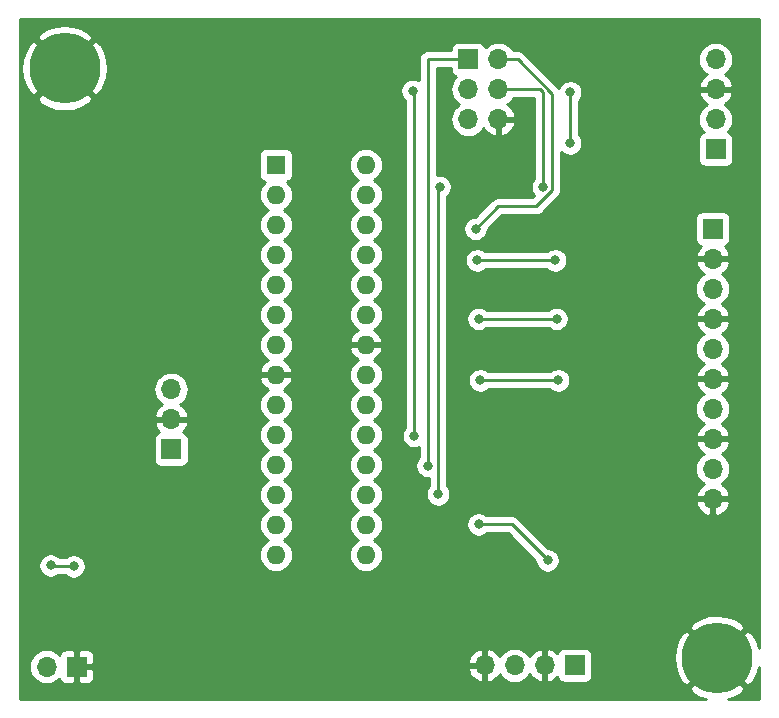
<source format=gbl>
G04 #@! TF.GenerationSoftware,KiCad,Pcbnew,(5.1.2)-1*
G04 #@! TF.CreationDate,2019-09-17T06:22:34+02:00*
G04 #@! TF.ProjectId,PiezoBedSensor,5069657a-6f42-4656-9453-656e736f722e,rev?*
G04 #@! TF.SameCoordinates,Original*
G04 #@! TF.FileFunction,Copper,L2,Bot*
G04 #@! TF.FilePolarity,Positive*
%FSLAX46Y46*%
G04 Gerber Fmt 4.6, Leading zero omitted, Abs format (unit mm)*
G04 Created by KiCad (PCBNEW (5.1.2)-1) date 2019-09-17 06:22:34*
%MOMM*%
%LPD*%
G04 APERTURE LIST*
%ADD10C,6.000000*%
%ADD11O,1.700000X1.700000*%
%ADD12R,1.700000X1.700000*%
%ADD13O,1.600000X1.600000*%
%ADD14R,1.600000X1.600000*%
%ADD15C,0.800000*%
%ADD16C,0.250000*%
%ADD17C,0.254000*%
G04 APERTURE END LIST*
D10*
X100457000Y-55880000D03*
X155702000Y-105791000D03*
D11*
X109474000Y-83058000D03*
X109474000Y-85598000D03*
D12*
X109474000Y-88138000D03*
D13*
X125960000Y-64055000D03*
X118340000Y-97075000D03*
X125960000Y-66595000D03*
X118340000Y-94535000D03*
X125960000Y-69135000D03*
X118340000Y-91995000D03*
X125960000Y-71675000D03*
X118340000Y-89455000D03*
X125960000Y-74215000D03*
X118340000Y-86915000D03*
X125960000Y-76755000D03*
X118340000Y-84375000D03*
X125960000Y-79295000D03*
X118340000Y-81835000D03*
X125960000Y-81835000D03*
X118340000Y-79295000D03*
X125960000Y-84375000D03*
X118340000Y-76755000D03*
X125960000Y-86915000D03*
X118340000Y-74215000D03*
X125960000Y-89455000D03*
X118340000Y-71675000D03*
X125960000Y-91995000D03*
X118340000Y-69135000D03*
X125960000Y-94535000D03*
X118340000Y-66595000D03*
X125960000Y-97075000D03*
D14*
X118340000Y-64055000D03*
D11*
X98933000Y-106553000D03*
D12*
X101473000Y-106553000D03*
D11*
X155575000Y-55118000D03*
X155575000Y-57658000D03*
X155575000Y-60198000D03*
D12*
X155575000Y-62738000D03*
D11*
X137160000Y-60198000D03*
X134620000Y-60198000D03*
X137160000Y-57658000D03*
X134620000Y-57658000D03*
X137160000Y-55118000D03*
D12*
X134620000Y-55118000D03*
D11*
X136017000Y-106426000D03*
X138557000Y-106426000D03*
X141097000Y-106426000D03*
D12*
X143637000Y-106426000D03*
D11*
X155321000Y-92329000D03*
X155321000Y-89789000D03*
X155321000Y-87249000D03*
X155321000Y-84709000D03*
X155321000Y-82169000D03*
X155321000Y-79629000D03*
X155321000Y-77089000D03*
X155321000Y-74549000D03*
X155321000Y-72009000D03*
D12*
X155321000Y-69469000D03*
D15*
X134112000Y-86360000D03*
X134112000Y-80899000D03*
X107569000Y-69723000D03*
X107569000Y-65786000D03*
X101219000Y-98044000D03*
X99265500Y-97965500D03*
X135255000Y-69469000D03*
X143256000Y-62230000D03*
X143256000Y-57912000D03*
X141351000Y-97536000D03*
X135509000Y-94488000D03*
X142240000Y-82296000D03*
X135636000Y-82296000D03*
X142113000Y-77089000D03*
X135509000Y-77089000D03*
X141986000Y-72136000D03*
X135382000Y-72136000D03*
X132080000Y-91948000D03*
X132207000Y-65913000D03*
X140970000Y-65913000D03*
X130048000Y-86995000D03*
X129921000Y-57785000D03*
X131191000Y-89535000D03*
D16*
X152146000Y-92329000D02*
X155321000Y-92329000D01*
X151892000Y-92075000D02*
X152146000Y-92329000D01*
X152019000Y-87249000D02*
X151892000Y-87122000D01*
X155321000Y-87249000D02*
X152019000Y-87249000D01*
X151892000Y-87122000D02*
X151892000Y-92075000D01*
X155321000Y-82169000D02*
X151892000Y-82169000D01*
X151892000Y-77089000D02*
X155321000Y-77089000D01*
X151892000Y-77089000D02*
X151892000Y-87122000D01*
X151892000Y-72009000D02*
X151892000Y-77089000D01*
X155575000Y-57658000D02*
X152019000Y-57658000D01*
X152019000Y-71882000D02*
X152146000Y-72009000D01*
X152019000Y-57658000D02*
X152019000Y-71882000D01*
X155321000Y-72009000D02*
X152146000Y-72009000D01*
X152146000Y-72009000D02*
X151892000Y-72009000D01*
X141097000Y-106426000D02*
X141097000Y-103124000D01*
X141097000Y-103124000D02*
X143383000Y-100838000D01*
X143383000Y-100838000D02*
X148717000Y-100838000D01*
X151892000Y-97663000D02*
X151892000Y-92075000D01*
X148717000Y-100838000D02*
X151892000Y-97663000D01*
X136017000Y-106426000D02*
X136017000Y-103759000D01*
X136652000Y-103124000D02*
X141097000Y-103124000D01*
X136017000Y-103759000D02*
X136652000Y-103124000D01*
X134112000Y-86360000D02*
X134112000Y-80899000D01*
X107569000Y-69723000D02*
X107569000Y-65786000D01*
X109474000Y-85598000D02*
X111633000Y-85598000D01*
X115396000Y-81835000D02*
X118340000Y-81835000D01*
X111633000Y-85598000D02*
X115396000Y-81835000D01*
X122635000Y-79295000D02*
X125960000Y-79295000D01*
X120269000Y-81661000D02*
X122635000Y-79295000D01*
X119645370Y-81661000D02*
X120269000Y-81661000D01*
X118340000Y-81835000D02*
X119471370Y-81835000D01*
X119471370Y-81835000D02*
X119645370Y-81661000D01*
X99344000Y-98044000D02*
X99265500Y-97965500D01*
X101219000Y-98044000D02*
X99344000Y-98044000D01*
X135255000Y-69469000D02*
X137160000Y-67564000D01*
X140392002Y-67564000D02*
X141732000Y-66224002D01*
X137160000Y-67564000D02*
X140392002Y-67564000D01*
X138362081Y-55118000D02*
X137160000Y-55118000D01*
X138812410Y-55118000D02*
X138362081Y-55118000D01*
X141732000Y-58037590D02*
X138812410Y-55118000D01*
X141732000Y-66224002D02*
X141732000Y-58037590D01*
X143256000Y-62230000D02*
X143256000Y-57912000D01*
X141351000Y-97536000D02*
X138303000Y-94488000D01*
X138303000Y-94488000D02*
X135509000Y-94488000D01*
X142240000Y-82296000D02*
X135636000Y-82296000D01*
X142113000Y-77089000D02*
X135509000Y-77089000D01*
X141986000Y-72136000D02*
X135382000Y-72136000D01*
X132080000Y-91948000D02*
X132080000Y-66040000D01*
X132080000Y-66040000D02*
X132207000Y-65913000D01*
X140970000Y-65913000D02*
X140970000Y-57912000D01*
X140716000Y-57658000D02*
X137160000Y-57658000D01*
X140970000Y-57912000D02*
X140716000Y-57658000D01*
X130048000Y-86995000D02*
X130048000Y-57912000D01*
X130048000Y-57912000D02*
X129921000Y-57785000D01*
X131191000Y-89535000D02*
X131191000Y-55118000D01*
X131191000Y-55118000D02*
X134620000Y-55118000D01*
D17*
G36*
X159258000Y-104995442D02*
G01*
X159082796Y-104408391D01*
X158748102Y-103775397D01*
X158729868Y-103748106D01*
X158260686Y-103411919D01*
X155881605Y-105791000D01*
X158260686Y-108170081D01*
X158729868Y-107833894D01*
X159070237Y-107203932D01*
X159258000Y-106594824D01*
X159258000Y-109315000D01*
X156604779Y-109315000D01*
X157084609Y-109171796D01*
X157717603Y-108837102D01*
X157744894Y-108818868D01*
X158081081Y-108349686D01*
X155702000Y-105970605D01*
X153322919Y-108349686D01*
X153659106Y-108818868D01*
X154289068Y-109159237D01*
X154794367Y-109315000D01*
X96685000Y-109315000D01*
X96685000Y-106553000D01*
X97440815Y-106553000D01*
X97469487Y-106844111D01*
X97554401Y-107124034D01*
X97692294Y-107382014D01*
X97877866Y-107608134D01*
X98103986Y-107793706D01*
X98361966Y-107931599D01*
X98641889Y-108016513D01*
X98860050Y-108038000D01*
X99005950Y-108038000D01*
X99224111Y-108016513D01*
X99504034Y-107931599D01*
X99762014Y-107793706D01*
X99988134Y-107608134D01*
X100012607Y-107578313D01*
X100033498Y-107647180D01*
X100092463Y-107757494D01*
X100171815Y-107854185D01*
X100268506Y-107933537D01*
X100378820Y-107992502D01*
X100498518Y-108028812D01*
X100623000Y-108041072D01*
X101187250Y-108038000D01*
X101346000Y-107879250D01*
X101346000Y-106680000D01*
X101600000Y-106680000D01*
X101600000Y-107879250D01*
X101758750Y-108038000D01*
X102323000Y-108041072D01*
X102447482Y-108028812D01*
X102567180Y-107992502D01*
X102677494Y-107933537D01*
X102774185Y-107854185D01*
X102853537Y-107757494D01*
X102912502Y-107647180D01*
X102948812Y-107527482D01*
X102961072Y-107403000D01*
X102958000Y-106838750D01*
X102902141Y-106782891D01*
X134575519Y-106782891D01*
X134672843Y-107057252D01*
X134821822Y-107307355D01*
X135016731Y-107523588D01*
X135250080Y-107697641D01*
X135512901Y-107822825D01*
X135660110Y-107867476D01*
X135890000Y-107746155D01*
X135890000Y-106553000D01*
X134696186Y-106553000D01*
X134575519Y-106782891D01*
X102902141Y-106782891D01*
X102799250Y-106680000D01*
X101600000Y-106680000D01*
X101346000Y-106680000D01*
X101326000Y-106680000D01*
X101326000Y-106426000D01*
X101346000Y-106426000D01*
X101346000Y-105226750D01*
X101600000Y-105226750D01*
X101600000Y-106426000D01*
X102799250Y-106426000D01*
X102958000Y-106267250D01*
X102959078Y-106069109D01*
X134575519Y-106069109D01*
X134696186Y-106299000D01*
X135890000Y-106299000D01*
X135890000Y-105105845D01*
X136144000Y-105105845D01*
X136144000Y-106299000D01*
X136164000Y-106299000D01*
X136164000Y-106553000D01*
X136144000Y-106553000D01*
X136144000Y-107746155D01*
X136373890Y-107867476D01*
X136521099Y-107822825D01*
X136783920Y-107697641D01*
X137017269Y-107523588D01*
X137212178Y-107307355D01*
X137281799Y-107190477D01*
X137316294Y-107255014D01*
X137501866Y-107481134D01*
X137727986Y-107666706D01*
X137985966Y-107804599D01*
X138265889Y-107889513D01*
X138484050Y-107911000D01*
X138629950Y-107911000D01*
X138848111Y-107889513D01*
X139128034Y-107804599D01*
X139386014Y-107666706D01*
X139612134Y-107481134D01*
X139797706Y-107255014D01*
X139832201Y-107190477D01*
X139901822Y-107307355D01*
X140096731Y-107523588D01*
X140330080Y-107697641D01*
X140592901Y-107822825D01*
X140740110Y-107867476D01*
X140970000Y-107746155D01*
X140970000Y-106553000D01*
X140950000Y-106553000D01*
X140950000Y-106299000D01*
X140970000Y-106299000D01*
X140970000Y-105105845D01*
X141224000Y-105105845D01*
X141224000Y-106299000D01*
X141244000Y-106299000D01*
X141244000Y-106553000D01*
X141224000Y-106553000D01*
X141224000Y-107746155D01*
X141453890Y-107867476D01*
X141601099Y-107822825D01*
X141863920Y-107697641D01*
X142097269Y-107523588D01*
X142173034Y-107439534D01*
X142197498Y-107520180D01*
X142256463Y-107630494D01*
X142335815Y-107727185D01*
X142432506Y-107806537D01*
X142542820Y-107865502D01*
X142662518Y-107901812D01*
X142787000Y-107914072D01*
X144487000Y-107914072D01*
X144611482Y-107901812D01*
X144731180Y-107865502D01*
X144841494Y-107806537D01*
X144938185Y-107727185D01*
X145017537Y-107630494D01*
X145076502Y-107520180D01*
X145112812Y-107400482D01*
X145125072Y-107276000D01*
X145125072Y-105774589D01*
X152049450Y-105774589D01*
X152116431Y-106487482D01*
X152321204Y-107173609D01*
X152655898Y-107806603D01*
X152674132Y-107833894D01*
X153143314Y-108170081D01*
X155522395Y-105791000D01*
X153143314Y-103411919D01*
X152674132Y-103748106D01*
X152333763Y-104378068D01*
X152122834Y-105062327D01*
X152049450Y-105774589D01*
X145125072Y-105774589D01*
X145125072Y-105576000D01*
X145112812Y-105451518D01*
X145076502Y-105331820D01*
X145017537Y-105221506D01*
X144938185Y-105124815D01*
X144841494Y-105045463D01*
X144731180Y-104986498D01*
X144611482Y-104950188D01*
X144487000Y-104937928D01*
X142787000Y-104937928D01*
X142662518Y-104950188D01*
X142542820Y-104986498D01*
X142432506Y-105045463D01*
X142335815Y-105124815D01*
X142256463Y-105221506D01*
X142197498Y-105331820D01*
X142173034Y-105412466D01*
X142097269Y-105328412D01*
X141863920Y-105154359D01*
X141601099Y-105029175D01*
X141453890Y-104984524D01*
X141224000Y-105105845D01*
X140970000Y-105105845D01*
X140740110Y-104984524D01*
X140592901Y-105029175D01*
X140330080Y-105154359D01*
X140096731Y-105328412D01*
X139901822Y-105544645D01*
X139832201Y-105661523D01*
X139797706Y-105596986D01*
X139612134Y-105370866D01*
X139386014Y-105185294D01*
X139128034Y-105047401D01*
X138848111Y-104962487D01*
X138629950Y-104941000D01*
X138484050Y-104941000D01*
X138265889Y-104962487D01*
X137985966Y-105047401D01*
X137727986Y-105185294D01*
X137501866Y-105370866D01*
X137316294Y-105596986D01*
X137281799Y-105661523D01*
X137212178Y-105544645D01*
X137017269Y-105328412D01*
X136783920Y-105154359D01*
X136521099Y-105029175D01*
X136373890Y-104984524D01*
X136144000Y-105105845D01*
X135890000Y-105105845D01*
X135660110Y-104984524D01*
X135512901Y-105029175D01*
X135250080Y-105154359D01*
X135016731Y-105328412D01*
X134821822Y-105544645D01*
X134672843Y-105794748D01*
X134575519Y-106069109D01*
X102959078Y-106069109D01*
X102961072Y-105703000D01*
X102948812Y-105578518D01*
X102912502Y-105458820D01*
X102853537Y-105348506D01*
X102774185Y-105251815D01*
X102677494Y-105172463D01*
X102567180Y-105113498D01*
X102447482Y-105077188D01*
X102323000Y-105064928D01*
X101758750Y-105068000D01*
X101600000Y-105226750D01*
X101346000Y-105226750D01*
X101187250Y-105068000D01*
X100623000Y-105064928D01*
X100498518Y-105077188D01*
X100378820Y-105113498D01*
X100268506Y-105172463D01*
X100171815Y-105251815D01*
X100092463Y-105348506D01*
X100033498Y-105458820D01*
X100012607Y-105527687D01*
X99988134Y-105497866D01*
X99762014Y-105312294D01*
X99504034Y-105174401D01*
X99224111Y-105089487D01*
X99005950Y-105068000D01*
X98860050Y-105068000D01*
X98641889Y-105089487D01*
X98361966Y-105174401D01*
X98103986Y-105312294D01*
X97877866Y-105497866D01*
X97692294Y-105723986D01*
X97554401Y-105981966D01*
X97469487Y-106261889D01*
X97440815Y-106553000D01*
X96685000Y-106553000D01*
X96685000Y-103232314D01*
X153322919Y-103232314D01*
X155702000Y-105611395D01*
X158081081Y-103232314D01*
X157744894Y-102763132D01*
X157114932Y-102422763D01*
X156430673Y-102211834D01*
X155718411Y-102138450D01*
X155005518Y-102205431D01*
X154319391Y-102410204D01*
X153686397Y-102744898D01*
X153659106Y-102763132D01*
X153322919Y-103232314D01*
X96685000Y-103232314D01*
X96685000Y-97863561D01*
X98230500Y-97863561D01*
X98230500Y-98067439D01*
X98270274Y-98267398D01*
X98348295Y-98455756D01*
X98461563Y-98625274D01*
X98605726Y-98769437D01*
X98775244Y-98882705D01*
X98963602Y-98960726D01*
X99163561Y-99000500D01*
X99367439Y-99000500D01*
X99567398Y-98960726D01*
X99755756Y-98882705D01*
X99873547Y-98804000D01*
X100515289Y-98804000D01*
X100559226Y-98847937D01*
X100728744Y-98961205D01*
X100917102Y-99039226D01*
X101117061Y-99079000D01*
X101320939Y-99079000D01*
X101520898Y-99039226D01*
X101709256Y-98961205D01*
X101878774Y-98847937D01*
X102022937Y-98703774D01*
X102136205Y-98534256D01*
X102214226Y-98345898D01*
X102254000Y-98145939D01*
X102254000Y-97942061D01*
X102214226Y-97742102D01*
X102136205Y-97553744D01*
X102022937Y-97384226D01*
X101878774Y-97240063D01*
X101709256Y-97126795D01*
X101520898Y-97048774D01*
X101320939Y-97009000D01*
X101117061Y-97009000D01*
X100917102Y-97048774D01*
X100728744Y-97126795D01*
X100559226Y-97240063D01*
X100515289Y-97284000D01*
X100047711Y-97284000D01*
X99925274Y-97161563D01*
X99755756Y-97048295D01*
X99567398Y-96970274D01*
X99367439Y-96930500D01*
X99163561Y-96930500D01*
X98963602Y-96970274D01*
X98775244Y-97048295D01*
X98605726Y-97161563D01*
X98461563Y-97305726D01*
X98348295Y-97475244D01*
X98270274Y-97663602D01*
X98230500Y-97863561D01*
X96685000Y-97863561D01*
X96685000Y-87288000D01*
X107985928Y-87288000D01*
X107985928Y-88988000D01*
X107998188Y-89112482D01*
X108034498Y-89232180D01*
X108093463Y-89342494D01*
X108172815Y-89439185D01*
X108269506Y-89518537D01*
X108379820Y-89577502D01*
X108499518Y-89613812D01*
X108624000Y-89626072D01*
X110324000Y-89626072D01*
X110448482Y-89613812D01*
X110568180Y-89577502D01*
X110678494Y-89518537D01*
X110775185Y-89439185D01*
X110854537Y-89342494D01*
X110913502Y-89232180D01*
X110949812Y-89112482D01*
X110962072Y-88988000D01*
X110962072Y-87288000D01*
X110949812Y-87163518D01*
X110913502Y-87043820D01*
X110854537Y-86933506D01*
X110775185Y-86836815D01*
X110678494Y-86757463D01*
X110568180Y-86698498D01*
X110487534Y-86674034D01*
X110571588Y-86598269D01*
X110745641Y-86364920D01*
X110870825Y-86102099D01*
X110915476Y-85954890D01*
X110794155Y-85725000D01*
X109601000Y-85725000D01*
X109601000Y-85745000D01*
X109347000Y-85745000D01*
X109347000Y-85725000D01*
X108153845Y-85725000D01*
X108032524Y-85954890D01*
X108077175Y-86102099D01*
X108202359Y-86364920D01*
X108376412Y-86598269D01*
X108460466Y-86674034D01*
X108379820Y-86698498D01*
X108269506Y-86757463D01*
X108172815Y-86836815D01*
X108093463Y-86933506D01*
X108034498Y-87043820D01*
X107998188Y-87163518D01*
X107985928Y-87288000D01*
X96685000Y-87288000D01*
X96685000Y-83058000D01*
X107981815Y-83058000D01*
X108010487Y-83349111D01*
X108095401Y-83629034D01*
X108233294Y-83887014D01*
X108418866Y-84113134D01*
X108644986Y-84298706D01*
X108709523Y-84333201D01*
X108592645Y-84402822D01*
X108376412Y-84597731D01*
X108202359Y-84831080D01*
X108077175Y-85093901D01*
X108032524Y-85241110D01*
X108153845Y-85471000D01*
X109347000Y-85471000D01*
X109347000Y-85451000D01*
X109601000Y-85451000D01*
X109601000Y-85471000D01*
X110794155Y-85471000D01*
X110915476Y-85241110D01*
X110870825Y-85093901D01*
X110745641Y-84831080D01*
X110571588Y-84597731D01*
X110355355Y-84402822D01*
X110308649Y-84375000D01*
X116898057Y-84375000D01*
X116925764Y-84656309D01*
X117007818Y-84926808D01*
X117141068Y-85176101D01*
X117320392Y-85394608D01*
X117538899Y-85573932D01*
X117671858Y-85645000D01*
X117538899Y-85716068D01*
X117320392Y-85895392D01*
X117141068Y-86113899D01*
X117007818Y-86363192D01*
X116925764Y-86633691D01*
X116898057Y-86915000D01*
X116925764Y-87196309D01*
X117007818Y-87466808D01*
X117141068Y-87716101D01*
X117320392Y-87934608D01*
X117538899Y-88113932D01*
X117671858Y-88185000D01*
X117538899Y-88256068D01*
X117320392Y-88435392D01*
X117141068Y-88653899D01*
X117007818Y-88903192D01*
X116925764Y-89173691D01*
X116898057Y-89455000D01*
X116925764Y-89736309D01*
X117007818Y-90006808D01*
X117141068Y-90256101D01*
X117320392Y-90474608D01*
X117538899Y-90653932D01*
X117671858Y-90725000D01*
X117538899Y-90796068D01*
X117320392Y-90975392D01*
X117141068Y-91193899D01*
X117007818Y-91443192D01*
X116925764Y-91713691D01*
X116898057Y-91995000D01*
X116925764Y-92276309D01*
X117007818Y-92546808D01*
X117141068Y-92796101D01*
X117320392Y-93014608D01*
X117538899Y-93193932D01*
X117671858Y-93265000D01*
X117538899Y-93336068D01*
X117320392Y-93515392D01*
X117141068Y-93733899D01*
X117007818Y-93983192D01*
X116925764Y-94253691D01*
X116898057Y-94535000D01*
X116925764Y-94816309D01*
X117007818Y-95086808D01*
X117141068Y-95336101D01*
X117320392Y-95554608D01*
X117538899Y-95733932D01*
X117671858Y-95805000D01*
X117538899Y-95876068D01*
X117320392Y-96055392D01*
X117141068Y-96273899D01*
X117007818Y-96523192D01*
X116925764Y-96793691D01*
X116898057Y-97075000D01*
X116925764Y-97356309D01*
X117007818Y-97626808D01*
X117141068Y-97876101D01*
X117320392Y-98094608D01*
X117538899Y-98273932D01*
X117788192Y-98407182D01*
X118058691Y-98489236D01*
X118269508Y-98510000D01*
X118410492Y-98510000D01*
X118621309Y-98489236D01*
X118891808Y-98407182D01*
X119141101Y-98273932D01*
X119359608Y-98094608D01*
X119538932Y-97876101D01*
X119672182Y-97626808D01*
X119754236Y-97356309D01*
X119781943Y-97075000D01*
X119754236Y-96793691D01*
X119672182Y-96523192D01*
X119538932Y-96273899D01*
X119359608Y-96055392D01*
X119141101Y-95876068D01*
X119008142Y-95805000D01*
X119141101Y-95733932D01*
X119359608Y-95554608D01*
X119538932Y-95336101D01*
X119672182Y-95086808D01*
X119754236Y-94816309D01*
X119781943Y-94535000D01*
X119754236Y-94253691D01*
X119672182Y-93983192D01*
X119538932Y-93733899D01*
X119359608Y-93515392D01*
X119141101Y-93336068D01*
X119008142Y-93265000D01*
X119141101Y-93193932D01*
X119359608Y-93014608D01*
X119538932Y-92796101D01*
X119672182Y-92546808D01*
X119754236Y-92276309D01*
X119781943Y-91995000D01*
X119754236Y-91713691D01*
X119672182Y-91443192D01*
X119538932Y-91193899D01*
X119359608Y-90975392D01*
X119141101Y-90796068D01*
X119008142Y-90725000D01*
X119141101Y-90653932D01*
X119359608Y-90474608D01*
X119538932Y-90256101D01*
X119672182Y-90006808D01*
X119754236Y-89736309D01*
X119781943Y-89455000D01*
X119754236Y-89173691D01*
X119672182Y-88903192D01*
X119538932Y-88653899D01*
X119359608Y-88435392D01*
X119141101Y-88256068D01*
X119008142Y-88185000D01*
X119141101Y-88113932D01*
X119359608Y-87934608D01*
X119538932Y-87716101D01*
X119672182Y-87466808D01*
X119754236Y-87196309D01*
X119781943Y-86915000D01*
X119754236Y-86633691D01*
X119672182Y-86363192D01*
X119538932Y-86113899D01*
X119359608Y-85895392D01*
X119141101Y-85716068D01*
X119008142Y-85645000D01*
X119141101Y-85573932D01*
X119359608Y-85394608D01*
X119538932Y-85176101D01*
X119672182Y-84926808D01*
X119754236Y-84656309D01*
X119781943Y-84375000D01*
X119754236Y-84093691D01*
X119672182Y-83823192D01*
X119538932Y-83573899D01*
X119359608Y-83355392D01*
X119141101Y-83176068D01*
X119003318Y-83102421D01*
X119195131Y-82987385D01*
X119403519Y-82798414D01*
X119571037Y-82572420D01*
X119691246Y-82318087D01*
X119731904Y-82184039D01*
X119609915Y-81962000D01*
X118467000Y-81962000D01*
X118467000Y-81982000D01*
X118213000Y-81982000D01*
X118213000Y-81962000D01*
X117070085Y-81962000D01*
X116948096Y-82184039D01*
X116988754Y-82318087D01*
X117108963Y-82572420D01*
X117276481Y-82798414D01*
X117484869Y-82987385D01*
X117676682Y-83102421D01*
X117538899Y-83176068D01*
X117320392Y-83355392D01*
X117141068Y-83573899D01*
X117007818Y-83823192D01*
X116925764Y-84093691D01*
X116898057Y-84375000D01*
X110308649Y-84375000D01*
X110238477Y-84333201D01*
X110303014Y-84298706D01*
X110529134Y-84113134D01*
X110714706Y-83887014D01*
X110852599Y-83629034D01*
X110937513Y-83349111D01*
X110966185Y-83058000D01*
X110937513Y-82766889D01*
X110852599Y-82486966D01*
X110714706Y-82228986D01*
X110529134Y-82002866D01*
X110324589Y-81835000D01*
X124518057Y-81835000D01*
X124545764Y-82116309D01*
X124627818Y-82386808D01*
X124761068Y-82636101D01*
X124940392Y-82854608D01*
X125158899Y-83033932D01*
X125291858Y-83105000D01*
X125158899Y-83176068D01*
X124940392Y-83355392D01*
X124761068Y-83573899D01*
X124627818Y-83823192D01*
X124545764Y-84093691D01*
X124518057Y-84375000D01*
X124545764Y-84656309D01*
X124627818Y-84926808D01*
X124761068Y-85176101D01*
X124940392Y-85394608D01*
X125158899Y-85573932D01*
X125291858Y-85645000D01*
X125158899Y-85716068D01*
X124940392Y-85895392D01*
X124761068Y-86113899D01*
X124627818Y-86363192D01*
X124545764Y-86633691D01*
X124518057Y-86915000D01*
X124545764Y-87196309D01*
X124627818Y-87466808D01*
X124761068Y-87716101D01*
X124940392Y-87934608D01*
X125158899Y-88113932D01*
X125291858Y-88185000D01*
X125158899Y-88256068D01*
X124940392Y-88435392D01*
X124761068Y-88653899D01*
X124627818Y-88903192D01*
X124545764Y-89173691D01*
X124518057Y-89455000D01*
X124545764Y-89736309D01*
X124627818Y-90006808D01*
X124761068Y-90256101D01*
X124940392Y-90474608D01*
X125158899Y-90653932D01*
X125291858Y-90725000D01*
X125158899Y-90796068D01*
X124940392Y-90975392D01*
X124761068Y-91193899D01*
X124627818Y-91443192D01*
X124545764Y-91713691D01*
X124518057Y-91995000D01*
X124545764Y-92276309D01*
X124627818Y-92546808D01*
X124761068Y-92796101D01*
X124940392Y-93014608D01*
X125158899Y-93193932D01*
X125291858Y-93265000D01*
X125158899Y-93336068D01*
X124940392Y-93515392D01*
X124761068Y-93733899D01*
X124627818Y-93983192D01*
X124545764Y-94253691D01*
X124518057Y-94535000D01*
X124545764Y-94816309D01*
X124627818Y-95086808D01*
X124761068Y-95336101D01*
X124940392Y-95554608D01*
X125158899Y-95733932D01*
X125291858Y-95805000D01*
X125158899Y-95876068D01*
X124940392Y-96055392D01*
X124761068Y-96273899D01*
X124627818Y-96523192D01*
X124545764Y-96793691D01*
X124518057Y-97075000D01*
X124545764Y-97356309D01*
X124627818Y-97626808D01*
X124761068Y-97876101D01*
X124940392Y-98094608D01*
X125158899Y-98273932D01*
X125408192Y-98407182D01*
X125678691Y-98489236D01*
X125889508Y-98510000D01*
X126030492Y-98510000D01*
X126241309Y-98489236D01*
X126511808Y-98407182D01*
X126761101Y-98273932D01*
X126979608Y-98094608D01*
X127158932Y-97876101D01*
X127292182Y-97626808D01*
X127374236Y-97356309D01*
X127401943Y-97075000D01*
X127374236Y-96793691D01*
X127292182Y-96523192D01*
X127158932Y-96273899D01*
X126979608Y-96055392D01*
X126761101Y-95876068D01*
X126628142Y-95805000D01*
X126761101Y-95733932D01*
X126979608Y-95554608D01*
X127158932Y-95336101D01*
X127292182Y-95086808D01*
X127374236Y-94816309D01*
X127401943Y-94535000D01*
X127387274Y-94386061D01*
X134474000Y-94386061D01*
X134474000Y-94589939D01*
X134513774Y-94789898D01*
X134591795Y-94978256D01*
X134705063Y-95147774D01*
X134849226Y-95291937D01*
X135018744Y-95405205D01*
X135207102Y-95483226D01*
X135407061Y-95523000D01*
X135610939Y-95523000D01*
X135810898Y-95483226D01*
X135999256Y-95405205D01*
X136168774Y-95291937D01*
X136212711Y-95248000D01*
X137988199Y-95248000D01*
X140316000Y-97575802D01*
X140316000Y-97637939D01*
X140355774Y-97837898D01*
X140433795Y-98026256D01*
X140547063Y-98195774D01*
X140691226Y-98339937D01*
X140860744Y-98453205D01*
X141049102Y-98531226D01*
X141249061Y-98571000D01*
X141452939Y-98571000D01*
X141652898Y-98531226D01*
X141841256Y-98453205D01*
X142010774Y-98339937D01*
X142154937Y-98195774D01*
X142268205Y-98026256D01*
X142346226Y-97837898D01*
X142386000Y-97637939D01*
X142386000Y-97434061D01*
X142346226Y-97234102D01*
X142268205Y-97045744D01*
X142154937Y-96876226D01*
X142010774Y-96732063D01*
X141841256Y-96618795D01*
X141652898Y-96540774D01*
X141452939Y-96501000D01*
X141390802Y-96501000D01*
X138866804Y-93977003D01*
X138843001Y-93947999D01*
X138727276Y-93853026D01*
X138595247Y-93782454D01*
X138451986Y-93738997D01*
X138340333Y-93728000D01*
X138340322Y-93728000D01*
X138303000Y-93724324D01*
X138265678Y-93728000D01*
X136212711Y-93728000D01*
X136168774Y-93684063D01*
X135999256Y-93570795D01*
X135810898Y-93492774D01*
X135610939Y-93453000D01*
X135407061Y-93453000D01*
X135207102Y-93492774D01*
X135018744Y-93570795D01*
X134849226Y-93684063D01*
X134705063Y-93828226D01*
X134591795Y-93997744D01*
X134513774Y-94186102D01*
X134474000Y-94386061D01*
X127387274Y-94386061D01*
X127374236Y-94253691D01*
X127292182Y-93983192D01*
X127158932Y-93733899D01*
X126979608Y-93515392D01*
X126761101Y-93336068D01*
X126628142Y-93265000D01*
X126761101Y-93193932D01*
X126979608Y-93014608D01*
X127158932Y-92796101D01*
X127292182Y-92546808D01*
X127374236Y-92276309D01*
X127401943Y-91995000D01*
X127374236Y-91713691D01*
X127292182Y-91443192D01*
X127158932Y-91193899D01*
X126979608Y-90975392D01*
X126761101Y-90796068D01*
X126628142Y-90725000D01*
X126761101Y-90653932D01*
X126979608Y-90474608D01*
X127158932Y-90256101D01*
X127292182Y-90006808D01*
X127374236Y-89736309D01*
X127401943Y-89455000D01*
X127374236Y-89173691D01*
X127292182Y-88903192D01*
X127158932Y-88653899D01*
X126979608Y-88435392D01*
X126761101Y-88256068D01*
X126628142Y-88185000D01*
X126761101Y-88113932D01*
X126979608Y-87934608D01*
X127158932Y-87716101D01*
X127292182Y-87466808D01*
X127374236Y-87196309D01*
X127401943Y-86915000D01*
X127374236Y-86633691D01*
X127292182Y-86363192D01*
X127158932Y-86113899D01*
X126979608Y-85895392D01*
X126761101Y-85716068D01*
X126628142Y-85645000D01*
X126761101Y-85573932D01*
X126979608Y-85394608D01*
X127158932Y-85176101D01*
X127292182Y-84926808D01*
X127374236Y-84656309D01*
X127401943Y-84375000D01*
X127374236Y-84093691D01*
X127292182Y-83823192D01*
X127158932Y-83573899D01*
X126979608Y-83355392D01*
X126761101Y-83176068D01*
X126628142Y-83105000D01*
X126761101Y-83033932D01*
X126979608Y-82854608D01*
X127158932Y-82636101D01*
X127292182Y-82386808D01*
X127374236Y-82116309D01*
X127401943Y-81835000D01*
X127374236Y-81553691D01*
X127292182Y-81283192D01*
X127158932Y-81033899D01*
X126979608Y-80815392D01*
X126761101Y-80636068D01*
X126623318Y-80562421D01*
X126815131Y-80447385D01*
X127023519Y-80258414D01*
X127191037Y-80032420D01*
X127311246Y-79778087D01*
X127351904Y-79644039D01*
X127229915Y-79422000D01*
X126087000Y-79422000D01*
X126087000Y-79442000D01*
X125833000Y-79442000D01*
X125833000Y-79422000D01*
X124690085Y-79422000D01*
X124568096Y-79644039D01*
X124608754Y-79778087D01*
X124728963Y-80032420D01*
X124896481Y-80258414D01*
X125104869Y-80447385D01*
X125296682Y-80562421D01*
X125158899Y-80636068D01*
X124940392Y-80815392D01*
X124761068Y-81033899D01*
X124627818Y-81283192D01*
X124545764Y-81553691D01*
X124518057Y-81835000D01*
X110324589Y-81835000D01*
X110303014Y-81817294D01*
X110045034Y-81679401D01*
X109765111Y-81594487D01*
X109546950Y-81573000D01*
X109401050Y-81573000D01*
X109182889Y-81594487D01*
X108902966Y-81679401D01*
X108644986Y-81817294D01*
X108418866Y-82002866D01*
X108233294Y-82228986D01*
X108095401Y-82486966D01*
X108010487Y-82766889D01*
X107981815Y-83058000D01*
X96685000Y-83058000D01*
X96685000Y-66595000D01*
X116898057Y-66595000D01*
X116925764Y-66876309D01*
X117007818Y-67146808D01*
X117141068Y-67396101D01*
X117320392Y-67614608D01*
X117538899Y-67793932D01*
X117671858Y-67865000D01*
X117538899Y-67936068D01*
X117320392Y-68115392D01*
X117141068Y-68333899D01*
X117007818Y-68583192D01*
X116925764Y-68853691D01*
X116898057Y-69135000D01*
X116925764Y-69416309D01*
X117007818Y-69686808D01*
X117141068Y-69936101D01*
X117320392Y-70154608D01*
X117538899Y-70333932D01*
X117671858Y-70405000D01*
X117538899Y-70476068D01*
X117320392Y-70655392D01*
X117141068Y-70873899D01*
X117007818Y-71123192D01*
X116925764Y-71393691D01*
X116898057Y-71675000D01*
X116925764Y-71956309D01*
X117007818Y-72226808D01*
X117141068Y-72476101D01*
X117320392Y-72694608D01*
X117538899Y-72873932D01*
X117671858Y-72945000D01*
X117538899Y-73016068D01*
X117320392Y-73195392D01*
X117141068Y-73413899D01*
X117007818Y-73663192D01*
X116925764Y-73933691D01*
X116898057Y-74215000D01*
X116925764Y-74496309D01*
X117007818Y-74766808D01*
X117141068Y-75016101D01*
X117320392Y-75234608D01*
X117538899Y-75413932D01*
X117671858Y-75485000D01*
X117538899Y-75556068D01*
X117320392Y-75735392D01*
X117141068Y-75953899D01*
X117007818Y-76203192D01*
X116925764Y-76473691D01*
X116898057Y-76755000D01*
X116925764Y-77036309D01*
X117007818Y-77306808D01*
X117141068Y-77556101D01*
X117320392Y-77774608D01*
X117538899Y-77953932D01*
X117671858Y-78025000D01*
X117538899Y-78096068D01*
X117320392Y-78275392D01*
X117141068Y-78493899D01*
X117007818Y-78743192D01*
X116925764Y-79013691D01*
X116898057Y-79295000D01*
X116925764Y-79576309D01*
X117007818Y-79846808D01*
X117141068Y-80096101D01*
X117320392Y-80314608D01*
X117538899Y-80493932D01*
X117676682Y-80567579D01*
X117484869Y-80682615D01*
X117276481Y-80871586D01*
X117108963Y-81097580D01*
X116988754Y-81351913D01*
X116948096Y-81485961D01*
X117070085Y-81708000D01*
X118213000Y-81708000D01*
X118213000Y-81688000D01*
X118467000Y-81688000D01*
X118467000Y-81708000D01*
X119609915Y-81708000D01*
X119731904Y-81485961D01*
X119691246Y-81351913D01*
X119571037Y-81097580D01*
X119403519Y-80871586D01*
X119195131Y-80682615D01*
X119003318Y-80567579D01*
X119141101Y-80493932D01*
X119359608Y-80314608D01*
X119538932Y-80096101D01*
X119672182Y-79846808D01*
X119754236Y-79576309D01*
X119781943Y-79295000D01*
X119754236Y-79013691D01*
X119672182Y-78743192D01*
X119538932Y-78493899D01*
X119359608Y-78275392D01*
X119141101Y-78096068D01*
X119008142Y-78025000D01*
X119141101Y-77953932D01*
X119359608Y-77774608D01*
X119538932Y-77556101D01*
X119672182Y-77306808D01*
X119754236Y-77036309D01*
X119781943Y-76755000D01*
X119754236Y-76473691D01*
X119672182Y-76203192D01*
X119538932Y-75953899D01*
X119359608Y-75735392D01*
X119141101Y-75556068D01*
X119008142Y-75485000D01*
X119141101Y-75413932D01*
X119359608Y-75234608D01*
X119538932Y-75016101D01*
X119672182Y-74766808D01*
X119754236Y-74496309D01*
X119781943Y-74215000D01*
X119754236Y-73933691D01*
X119672182Y-73663192D01*
X119538932Y-73413899D01*
X119359608Y-73195392D01*
X119141101Y-73016068D01*
X119008142Y-72945000D01*
X119141101Y-72873932D01*
X119359608Y-72694608D01*
X119538932Y-72476101D01*
X119672182Y-72226808D01*
X119754236Y-71956309D01*
X119781943Y-71675000D01*
X119754236Y-71393691D01*
X119672182Y-71123192D01*
X119538932Y-70873899D01*
X119359608Y-70655392D01*
X119141101Y-70476068D01*
X119008142Y-70405000D01*
X119141101Y-70333932D01*
X119359608Y-70154608D01*
X119538932Y-69936101D01*
X119672182Y-69686808D01*
X119754236Y-69416309D01*
X119781943Y-69135000D01*
X119754236Y-68853691D01*
X119672182Y-68583192D01*
X119538932Y-68333899D01*
X119359608Y-68115392D01*
X119141101Y-67936068D01*
X119008142Y-67865000D01*
X119141101Y-67793932D01*
X119359608Y-67614608D01*
X119538932Y-67396101D01*
X119672182Y-67146808D01*
X119754236Y-66876309D01*
X119781943Y-66595000D01*
X119754236Y-66313691D01*
X119672182Y-66043192D01*
X119538932Y-65793899D01*
X119359608Y-65575392D01*
X119246518Y-65482581D01*
X119264482Y-65480812D01*
X119384180Y-65444502D01*
X119494494Y-65385537D01*
X119591185Y-65306185D01*
X119670537Y-65209494D01*
X119729502Y-65099180D01*
X119765812Y-64979482D01*
X119778072Y-64855000D01*
X119778072Y-64055000D01*
X124518057Y-64055000D01*
X124545764Y-64336309D01*
X124627818Y-64606808D01*
X124761068Y-64856101D01*
X124940392Y-65074608D01*
X125158899Y-65253932D01*
X125291858Y-65325000D01*
X125158899Y-65396068D01*
X124940392Y-65575392D01*
X124761068Y-65793899D01*
X124627818Y-66043192D01*
X124545764Y-66313691D01*
X124518057Y-66595000D01*
X124545764Y-66876309D01*
X124627818Y-67146808D01*
X124761068Y-67396101D01*
X124940392Y-67614608D01*
X125158899Y-67793932D01*
X125291858Y-67865000D01*
X125158899Y-67936068D01*
X124940392Y-68115392D01*
X124761068Y-68333899D01*
X124627818Y-68583192D01*
X124545764Y-68853691D01*
X124518057Y-69135000D01*
X124545764Y-69416309D01*
X124627818Y-69686808D01*
X124761068Y-69936101D01*
X124940392Y-70154608D01*
X125158899Y-70333932D01*
X125291858Y-70405000D01*
X125158899Y-70476068D01*
X124940392Y-70655392D01*
X124761068Y-70873899D01*
X124627818Y-71123192D01*
X124545764Y-71393691D01*
X124518057Y-71675000D01*
X124545764Y-71956309D01*
X124627818Y-72226808D01*
X124761068Y-72476101D01*
X124940392Y-72694608D01*
X125158899Y-72873932D01*
X125291858Y-72945000D01*
X125158899Y-73016068D01*
X124940392Y-73195392D01*
X124761068Y-73413899D01*
X124627818Y-73663192D01*
X124545764Y-73933691D01*
X124518057Y-74215000D01*
X124545764Y-74496309D01*
X124627818Y-74766808D01*
X124761068Y-75016101D01*
X124940392Y-75234608D01*
X125158899Y-75413932D01*
X125291858Y-75485000D01*
X125158899Y-75556068D01*
X124940392Y-75735392D01*
X124761068Y-75953899D01*
X124627818Y-76203192D01*
X124545764Y-76473691D01*
X124518057Y-76755000D01*
X124545764Y-77036309D01*
X124627818Y-77306808D01*
X124761068Y-77556101D01*
X124940392Y-77774608D01*
X125158899Y-77953932D01*
X125296682Y-78027579D01*
X125104869Y-78142615D01*
X124896481Y-78331586D01*
X124728963Y-78557580D01*
X124608754Y-78811913D01*
X124568096Y-78945961D01*
X124690085Y-79168000D01*
X125833000Y-79168000D01*
X125833000Y-79148000D01*
X126087000Y-79148000D01*
X126087000Y-79168000D01*
X127229915Y-79168000D01*
X127351904Y-78945961D01*
X127311246Y-78811913D01*
X127191037Y-78557580D01*
X127023519Y-78331586D01*
X126815131Y-78142615D01*
X126623318Y-78027579D01*
X126761101Y-77953932D01*
X126979608Y-77774608D01*
X127158932Y-77556101D01*
X127292182Y-77306808D01*
X127374236Y-77036309D01*
X127401943Y-76755000D01*
X127374236Y-76473691D01*
X127292182Y-76203192D01*
X127158932Y-75953899D01*
X126979608Y-75735392D01*
X126761101Y-75556068D01*
X126628142Y-75485000D01*
X126761101Y-75413932D01*
X126979608Y-75234608D01*
X127158932Y-75016101D01*
X127292182Y-74766808D01*
X127374236Y-74496309D01*
X127401943Y-74215000D01*
X127374236Y-73933691D01*
X127292182Y-73663192D01*
X127158932Y-73413899D01*
X126979608Y-73195392D01*
X126761101Y-73016068D01*
X126628142Y-72945000D01*
X126761101Y-72873932D01*
X126979608Y-72694608D01*
X127158932Y-72476101D01*
X127292182Y-72226808D01*
X127374236Y-71956309D01*
X127401943Y-71675000D01*
X127374236Y-71393691D01*
X127292182Y-71123192D01*
X127158932Y-70873899D01*
X126979608Y-70655392D01*
X126761101Y-70476068D01*
X126628142Y-70405000D01*
X126761101Y-70333932D01*
X126979608Y-70154608D01*
X127158932Y-69936101D01*
X127292182Y-69686808D01*
X127374236Y-69416309D01*
X127401943Y-69135000D01*
X127374236Y-68853691D01*
X127292182Y-68583192D01*
X127158932Y-68333899D01*
X126979608Y-68115392D01*
X126761101Y-67936068D01*
X126628142Y-67865000D01*
X126761101Y-67793932D01*
X126979608Y-67614608D01*
X127158932Y-67396101D01*
X127292182Y-67146808D01*
X127374236Y-66876309D01*
X127401943Y-66595000D01*
X127374236Y-66313691D01*
X127292182Y-66043192D01*
X127158932Y-65793899D01*
X126979608Y-65575392D01*
X126761101Y-65396068D01*
X126628142Y-65325000D01*
X126761101Y-65253932D01*
X126979608Y-65074608D01*
X127158932Y-64856101D01*
X127292182Y-64606808D01*
X127374236Y-64336309D01*
X127401943Y-64055000D01*
X127374236Y-63773691D01*
X127292182Y-63503192D01*
X127158932Y-63253899D01*
X126979608Y-63035392D01*
X126761101Y-62856068D01*
X126511808Y-62722818D01*
X126241309Y-62640764D01*
X126030492Y-62620000D01*
X125889508Y-62620000D01*
X125678691Y-62640764D01*
X125408192Y-62722818D01*
X125158899Y-62856068D01*
X124940392Y-63035392D01*
X124761068Y-63253899D01*
X124627818Y-63503192D01*
X124545764Y-63773691D01*
X124518057Y-64055000D01*
X119778072Y-64055000D01*
X119778072Y-63255000D01*
X119765812Y-63130518D01*
X119729502Y-63010820D01*
X119670537Y-62900506D01*
X119591185Y-62803815D01*
X119494494Y-62724463D01*
X119384180Y-62665498D01*
X119264482Y-62629188D01*
X119140000Y-62616928D01*
X117540000Y-62616928D01*
X117415518Y-62629188D01*
X117295820Y-62665498D01*
X117185506Y-62724463D01*
X117088815Y-62803815D01*
X117009463Y-62900506D01*
X116950498Y-63010820D01*
X116914188Y-63130518D01*
X116901928Y-63255000D01*
X116901928Y-64855000D01*
X116914188Y-64979482D01*
X116950498Y-65099180D01*
X117009463Y-65209494D01*
X117088815Y-65306185D01*
X117185506Y-65385537D01*
X117295820Y-65444502D01*
X117415518Y-65480812D01*
X117433482Y-65482581D01*
X117320392Y-65575392D01*
X117141068Y-65793899D01*
X117007818Y-66043192D01*
X116925764Y-66313691D01*
X116898057Y-66595000D01*
X96685000Y-66595000D01*
X96685000Y-58438686D01*
X98077919Y-58438686D01*
X98414106Y-58907868D01*
X99044068Y-59248237D01*
X99728327Y-59459166D01*
X100440589Y-59532550D01*
X101153482Y-59465569D01*
X101839609Y-59260796D01*
X102472603Y-58926102D01*
X102499894Y-58907868D01*
X102836081Y-58438686D01*
X100457000Y-56059605D01*
X98077919Y-58438686D01*
X96685000Y-58438686D01*
X96685000Y-55863589D01*
X96804450Y-55863589D01*
X96871431Y-56576482D01*
X97076204Y-57262609D01*
X97410898Y-57895603D01*
X97429132Y-57922894D01*
X97898314Y-58259081D01*
X100277395Y-55880000D01*
X100636605Y-55880000D01*
X103015686Y-58259081D01*
X103484868Y-57922894D01*
X103614449Y-57683061D01*
X128886000Y-57683061D01*
X128886000Y-57886939D01*
X128925774Y-58086898D01*
X129003795Y-58275256D01*
X129117063Y-58444774D01*
X129261226Y-58588937D01*
X129288001Y-58606827D01*
X129288000Y-86291289D01*
X129244063Y-86335226D01*
X129130795Y-86504744D01*
X129052774Y-86693102D01*
X129013000Y-86893061D01*
X129013000Y-87096939D01*
X129052774Y-87296898D01*
X129130795Y-87485256D01*
X129244063Y-87654774D01*
X129388226Y-87798937D01*
X129557744Y-87912205D01*
X129746102Y-87990226D01*
X129946061Y-88030000D01*
X130149939Y-88030000D01*
X130349898Y-87990226D01*
X130431000Y-87956632D01*
X130431000Y-88831289D01*
X130387063Y-88875226D01*
X130273795Y-89044744D01*
X130195774Y-89233102D01*
X130156000Y-89433061D01*
X130156000Y-89636939D01*
X130195774Y-89836898D01*
X130273795Y-90025256D01*
X130387063Y-90194774D01*
X130531226Y-90338937D01*
X130700744Y-90452205D01*
X130889102Y-90530226D01*
X131089061Y-90570000D01*
X131292939Y-90570000D01*
X131320000Y-90564617D01*
X131320000Y-91244289D01*
X131276063Y-91288226D01*
X131162795Y-91457744D01*
X131084774Y-91646102D01*
X131045000Y-91846061D01*
X131045000Y-92049939D01*
X131084774Y-92249898D01*
X131162795Y-92438256D01*
X131276063Y-92607774D01*
X131420226Y-92751937D01*
X131589744Y-92865205D01*
X131778102Y-92943226D01*
X131978061Y-92983000D01*
X132181939Y-92983000D01*
X132381898Y-92943226D01*
X132570256Y-92865205D01*
X132739774Y-92751937D01*
X132805821Y-92685890D01*
X153879524Y-92685890D01*
X153924175Y-92833099D01*
X154049359Y-93095920D01*
X154223412Y-93329269D01*
X154439645Y-93524178D01*
X154689748Y-93673157D01*
X154964109Y-93770481D01*
X155194000Y-93649814D01*
X155194000Y-92456000D01*
X155448000Y-92456000D01*
X155448000Y-93649814D01*
X155677891Y-93770481D01*
X155952252Y-93673157D01*
X156202355Y-93524178D01*
X156418588Y-93329269D01*
X156592641Y-93095920D01*
X156717825Y-92833099D01*
X156762476Y-92685890D01*
X156641155Y-92456000D01*
X155448000Y-92456000D01*
X155194000Y-92456000D01*
X154000845Y-92456000D01*
X153879524Y-92685890D01*
X132805821Y-92685890D01*
X132883937Y-92607774D01*
X132997205Y-92438256D01*
X133075226Y-92249898D01*
X133115000Y-92049939D01*
X133115000Y-91846061D01*
X133075226Y-91646102D01*
X132997205Y-91457744D01*
X132883937Y-91288226D01*
X132840000Y-91244289D01*
X132840000Y-89789000D01*
X153828815Y-89789000D01*
X153857487Y-90080111D01*
X153942401Y-90360034D01*
X154080294Y-90618014D01*
X154265866Y-90844134D01*
X154491986Y-91029706D01*
X154556523Y-91064201D01*
X154439645Y-91133822D01*
X154223412Y-91328731D01*
X154049359Y-91562080D01*
X153924175Y-91824901D01*
X153879524Y-91972110D01*
X154000845Y-92202000D01*
X155194000Y-92202000D01*
X155194000Y-92182000D01*
X155448000Y-92182000D01*
X155448000Y-92202000D01*
X156641155Y-92202000D01*
X156762476Y-91972110D01*
X156717825Y-91824901D01*
X156592641Y-91562080D01*
X156418588Y-91328731D01*
X156202355Y-91133822D01*
X156085477Y-91064201D01*
X156150014Y-91029706D01*
X156376134Y-90844134D01*
X156561706Y-90618014D01*
X156699599Y-90360034D01*
X156784513Y-90080111D01*
X156813185Y-89789000D01*
X156784513Y-89497889D01*
X156699599Y-89217966D01*
X156561706Y-88959986D01*
X156376134Y-88733866D01*
X156150014Y-88548294D01*
X156085477Y-88513799D01*
X156202355Y-88444178D01*
X156418588Y-88249269D01*
X156592641Y-88015920D01*
X156717825Y-87753099D01*
X156762476Y-87605890D01*
X156641155Y-87376000D01*
X155448000Y-87376000D01*
X155448000Y-87396000D01*
X155194000Y-87396000D01*
X155194000Y-87376000D01*
X154000845Y-87376000D01*
X153879524Y-87605890D01*
X153924175Y-87753099D01*
X154049359Y-88015920D01*
X154223412Y-88249269D01*
X154439645Y-88444178D01*
X154556523Y-88513799D01*
X154491986Y-88548294D01*
X154265866Y-88733866D01*
X154080294Y-88959986D01*
X153942401Y-89217966D01*
X153857487Y-89497889D01*
X153828815Y-89789000D01*
X132840000Y-89789000D01*
X132840000Y-84709000D01*
X153828815Y-84709000D01*
X153857487Y-85000111D01*
X153942401Y-85280034D01*
X154080294Y-85538014D01*
X154265866Y-85764134D01*
X154491986Y-85949706D01*
X154556523Y-85984201D01*
X154439645Y-86053822D01*
X154223412Y-86248731D01*
X154049359Y-86482080D01*
X153924175Y-86744901D01*
X153879524Y-86892110D01*
X154000845Y-87122000D01*
X155194000Y-87122000D01*
X155194000Y-87102000D01*
X155448000Y-87102000D01*
X155448000Y-87122000D01*
X156641155Y-87122000D01*
X156762476Y-86892110D01*
X156717825Y-86744901D01*
X156592641Y-86482080D01*
X156418588Y-86248731D01*
X156202355Y-86053822D01*
X156085477Y-85984201D01*
X156150014Y-85949706D01*
X156376134Y-85764134D01*
X156561706Y-85538014D01*
X156699599Y-85280034D01*
X156784513Y-85000111D01*
X156813185Y-84709000D01*
X156784513Y-84417889D01*
X156699599Y-84137966D01*
X156561706Y-83879986D01*
X156376134Y-83653866D01*
X156150014Y-83468294D01*
X156085477Y-83433799D01*
X156202355Y-83364178D01*
X156418588Y-83169269D01*
X156592641Y-82935920D01*
X156717825Y-82673099D01*
X156762476Y-82525890D01*
X156641155Y-82296000D01*
X155448000Y-82296000D01*
X155448000Y-82316000D01*
X155194000Y-82316000D01*
X155194000Y-82296000D01*
X154000845Y-82296000D01*
X153879524Y-82525890D01*
X153924175Y-82673099D01*
X154049359Y-82935920D01*
X154223412Y-83169269D01*
X154439645Y-83364178D01*
X154556523Y-83433799D01*
X154491986Y-83468294D01*
X154265866Y-83653866D01*
X154080294Y-83879986D01*
X153942401Y-84137966D01*
X153857487Y-84417889D01*
X153828815Y-84709000D01*
X132840000Y-84709000D01*
X132840000Y-82194061D01*
X134601000Y-82194061D01*
X134601000Y-82397939D01*
X134640774Y-82597898D01*
X134718795Y-82786256D01*
X134832063Y-82955774D01*
X134976226Y-83099937D01*
X135145744Y-83213205D01*
X135334102Y-83291226D01*
X135534061Y-83331000D01*
X135737939Y-83331000D01*
X135937898Y-83291226D01*
X136126256Y-83213205D01*
X136295774Y-83099937D01*
X136339711Y-83056000D01*
X141536289Y-83056000D01*
X141580226Y-83099937D01*
X141749744Y-83213205D01*
X141938102Y-83291226D01*
X142138061Y-83331000D01*
X142341939Y-83331000D01*
X142541898Y-83291226D01*
X142730256Y-83213205D01*
X142899774Y-83099937D01*
X143043937Y-82955774D01*
X143157205Y-82786256D01*
X143235226Y-82597898D01*
X143275000Y-82397939D01*
X143275000Y-82194061D01*
X143235226Y-81994102D01*
X143157205Y-81805744D01*
X143043937Y-81636226D01*
X142899774Y-81492063D01*
X142730256Y-81378795D01*
X142541898Y-81300774D01*
X142341939Y-81261000D01*
X142138061Y-81261000D01*
X141938102Y-81300774D01*
X141749744Y-81378795D01*
X141580226Y-81492063D01*
X141536289Y-81536000D01*
X136339711Y-81536000D01*
X136295774Y-81492063D01*
X136126256Y-81378795D01*
X135937898Y-81300774D01*
X135737939Y-81261000D01*
X135534061Y-81261000D01*
X135334102Y-81300774D01*
X135145744Y-81378795D01*
X134976226Y-81492063D01*
X134832063Y-81636226D01*
X134718795Y-81805744D01*
X134640774Y-81994102D01*
X134601000Y-82194061D01*
X132840000Y-82194061D01*
X132840000Y-79629000D01*
X153828815Y-79629000D01*
X153857487Y-79920111D01*
X153942401Y-80200034D01*
X154080294Y-80458014D01*
X154265866Y-80684134D01*
X154491986Y-80869706D01*
X154556523Y-80904201D01*
X154439645Y-80973822D01*
X154223412Y-81168731D01*
X154049359Y-81402080D01*
X153924175Y-81664901D01*
X153879524Y-81812110D01*
X154000845Y-82042000D01*
X155194000Y-82042000D01*
X155194000Y-82022000D01*
X155448000Y-82022000D01*
X155448000Y-82042000D01*
X156641155Y-82042000D01*
X156762476Y-81812110D01*
X156717825Y-81664901D01*
X156592641Y-81402080D01*
X156418588Y-81168731D01*
X156202355Y-80973822D01*
X156085477Y-80904201D01*
X156150014Y-80869706D01*
X156376134Y-80684134D01*
X156561706Y-80458014D01*
X156699599Y-80200034D01*
X156784513Y-79920111D01*
X156813185Y-79629000D01*
X156784513Y-79337889D01*
X156699599Y-79057966D01*
X156561706Y-78799986D01*
X156376134Y-78573866D01*
X156150014Y-78388294D01*
X156085477Y-78353799D01*
X156202355Y-78284178D01*
X156418588Y-78089269D01*
X156592641Y-77855920D01*
X156717825Y-77593099D01*
X156762476Y-77445890D01*
X156641155Y-77216000D01*
X155448000Y-77216000D01*
X155448000Y-77236000D01*
X155194000Y-77236000D01*
X155194000Y-77216000D01*
X154000845Y-77216000D01*
X153879524Y-77445890D01*
X153924175Y-77593099D01*
X154049359Y-77855920D01*
X154223412Y-78089269D01*
X154439645Y-78284178D01*
X154556523Y-78353799D01*
X154491986Y-78388294D01*
X154265866Y-78573866D01*
X154080294Y-78799986D01*
X153942401Y-79057966D01*
X153857487Y-79337889D01*
X153828815Y-79629000D01*
X132840000Y-79629000D01*
X132840000Y-76987061D01*
X134474000Y-76987061D01*
X134474000Y-77190939D01*
X134513774Y-77390898D01*
X134591795Y-77579256D01*
X134705063Y-77748774D01*
X134849226Y-77892937D01*
X135018744Y-78006205D01*
X135207102Y-78084226D01*
X135407061Y-78124000D01*
X135610939Y-78124000D01*
X135810898Y-78084226D01*
X135999256Y-78006205D01*
X136168774Y-77892937D01*
X136212711Y-77849000D01*
X141409289Y-77849000D01*
X141453226Y-77892937D01*
X141622744Y-78006205D01*
X141811102Y-78084226D01*
X142011061Y-78124000D01*
X142214939Y-78124000D01*
X142414898Y-78084226D01*
X142603256Y-78006205D01*
X142772774Y-77892937D01*
X142916937Y-77748774D01*
X143030205Y-77579256D01*
X143108226Y-77390898D01*
X143148000Y-77190939D01*
X143148000Y-76987061D01*
X143108226Y-76787102D01*
X143030205Y-76598744D01*
X142916937Y-76429226D01*
X142772774Y-76285063D01*
X142603256Y-76171795D01*
X142414898Y-76093774D01*
X142214939Y-76054000D01*
X142011061Y-76054000D01*
X141811102Y-76093774D01*
X141622744Y-76171795D01*
X141453226Y-76285063D01*
X141409289Y-76329000D01*
X136212711Y-76329000D01*
X136168774Y-76285063D01*
X135999256Y-76171795D01*
X135810898Y-76093774D01*
X135610939Y-76054000D01*
X135407061Y-76054000D01*
X135207102Y-76093774D01*
X135018744Y-76171795D01*
X134849226Y-76285063D01*
X134705063Y-76429226D01*
X134591795Y-76598744D01*
X134513774Y-76787102D01*
X134474000Y-76987061D01*
X132840000Y-76987061D01*
X132840000Y-74549000D01*
X153828815Y-74549000D01*
X153857487Y-74840111D01*
X153942401Y-75120034D01*
X154080294Y-75378014D01*
X154265866Y-75604134D01*
X154491986Y-75789706D01*
X154556523Y-75824201D01*
X154439645Y-75893822D01*
X154223412Y-76088731D01*
X154049359Y-76322080D01*
X153924175Y-76584901D01*
X153879524Y-76732110D01*
X154000845Y-76962000D01*
X155194000Y-76962000D01*
X155194000Y-76942000D01*
X155448000Y-76942000D01*
X155448000Y-76962000D01*
X156641155Y-76962000D01*
X156762476Y-76732110D01*
X156717825Y-76584901D01*
X156592641Y-76322080D01*
X156418588Y-76088731D01*
X156202355Y-75893822D01*
X156085477Y-75824201D01*
X156150014Y-75789706D01*
X156376134Y-75604134D01*
X156561706Y-75378014D01*
X156699599Y-75120034D01*
X156784513Y-74840111D01*
X156813185Y-74549000D01*
X156784513Y-74257889D01*
X156699599Y-73977966D01*
X156561706Y-73719986D01*
X156376134Y-73493866D01*
X156150014Y-73308294D01*
X156085477Y-73273799D01*
X156202355Y-73204178D01*
X156418588Y-73009269D01*
X156592641Y-72775920D01*
X156717825Y-72513099D01*
X156762476Y-72365890D01*
X156641155Y-72136000D01*
X155448000Y-72136000D01*
X155448000Y-72156000D01*
X155194000Y-72156000D01*
X155194000Y-72136000D01*
X154000845Y-72136000D01*
X153879524Y-72365890D01*
X153924175Y-72513099D01*
X154049359Y-72775920D01*
X154223412Y-73009269D01*
X154439645Y-73204178D01*
X154556523Y-73273799D01*
X154491986Y-73308294D01*
X154265866Y-73493866D01*
X154080294Y-73719986D01*
X153942401Y-73977966D01*
X153857487Y-74257889D01*
X153828815Y-74549000D01*
X132840000Y-74549000D01*
X132840000Y-72034061D01*
X134347000Y-72034061D01*
X134347000Y-72237939D01*
X134386774Y-72437898D01*
X134464795Y-72626256D01*
X134578063Y-72795774D01*
X134722226Y-72939937D01*
X134891744Y-73053205D01*
X135080102Y-73131226D01*
X135280061Y-73171000D01*
X135483939Y-73171000D01*
X135683898Y-73131226D01*
X135872256Y-73053205D01*
X136041774Y-72939937D01*
X136085711Y-72896000D01*
X141282289Y-72896000D01*
X141326226Y-72939937D01*
X141495744Y-73053205D01*
X141684102Y-73131226D01*
X141884061Y-73171000D01*
X142087939Y-73171000D01*
X142287898Y-73131226D01*
X142476256Y-73053205D01*
X142645774Y-72939937D01*
X142789937Y-72795774D01*
X142903205Y-72626256D01*
X142981226Y-72437898D01*
X143021000Y-72237939D01*
X143021000Y-72034061D01*
X142981226Y-71834102D01*
X142903205Y-71645744D01*
X142789937Y-71476226D01*
X142645774Y-71332063D01*
X142476256Y-71218795D01*
X142287898Y-71140774D01*
X142087939Y-71101000D01*
X141884061Y-71101000D01*
X141684102Y-71140774D01*
X141495744Y-71218795D01*
X141326226Y-71332063D01*
X141282289Y-71376000D01*
X136085711Y-71376000D01*
X136041774Y-71332063D01*
X135872256Y-71218795D01*
X135683898Y-71140774D01*
X135483939Y-71101000D01*
X135280061Y-71101000D01*
X135080102Y-71140774D01*
X134891744Y-71218795D01*
X134722226Y-71332063D01*
X134578063Y-71476226D01*
X134464795Y-71645744D01*
X134386774Y-71834102D01*
X134347000Y-72034061D01*
X132840000Y-72034061D01*
X132840000Y-66734827D01*
X132866774Y-66716937D01*
X133010937Y-66572774D01*
X133124205Y-66403256D01*
X133202226Y-66214898D01*
X133242000Y-66014939D01*
X133242000Y-65811061D01*
X133202226Y-65611102D01*
X133124205Y-65422744D01*
X133010937Y-65253226D01*
X132866774Y-65109063D01*
X132697256Y-64995795D01*
X132508898Y-64917774D01*
X132308939Y-64878000D01*
X132105061Y-64878000D01*
X131951000Y-64908644D01*
X131951000Y-55878000D01*
X133131928Y-55878000D01*
X133131928Y-55968000D01*
X133144188Y-56092482D01*
X133180498Y-56212180D01*
X133239463Y-56322494D01*
X133318815Y-56419185D01*
X133415506Y-56498537D01*
X133525820Y-56557502D01*
X133594687Y-56578393D01*
X133564866Y-56602866D01*
X133379294Y-56828986D01*
X133241401Y-57086966D01*
X133156487Y-57366889D01*
X133127815Y-57658000D01*
X133156487Y-57949111D01*
X133241401Y-58229034D01*
X133379294Y-58487014D01*
X133564866Y-58713134D01*
X133790986Y-58898706D01*
X133845791Y-58928000D01*
X133790986Y-58957294D01*
X133564866Y-59142866D01*
X133379294Y-59368986D01*
X133241401Y-59626966D01*
X133156487Y-59906889D01*
X133127815Y-60198000D01*
X133156487Y-60489111D01*
X133241401Y-60769034D01*
X133379294Y-61027014D01*
X133564866Y-61253134D01*
X133790986Y-61438706D01*
X134048966Y-61576599D01*
X134328889Y-61661513D01*
X134547050Y-61683000D01*
X134692950Y-61683000D01*
X134911111Y-61661513D01*
X135191034Y-61576599D01*
X135449014Y-61438706D01*
X135675134Y-61253134D01*
X135860706Y-61027014D01*
X135891584Y-60969244D01*
X136062412Y-61198269D01*
X136278645Y-61393178D01*
X136528748Y-61542157D01*
X136803109Y-61639481D01*
X137033000Y-61518814D01*
X137033000Y-60325000D01*
X137287000Y-60325000D01*
X137287000Y-61518814D01*
X137516891Y-61639481D01*
X137791252Y-61542157D01*
X138041355Y-61393178D01*
X138257588Y-61198269D01*
X138431641Y-60964920D01*
X138556825Y-60702099D01*
X138601476Y-60554890D01*
X138480155Y-60325000D01*
X137287000Y-60325000D01*
X137033000Y-60325000D01*
X137013000Y-60325000D01*
X137013000Y-60071000D01*
X137033000Y-60071000D01*
X137033000Y-60051000D01*
X137287000Y-60051000D01*
X137287000Y-60071000D01*
X138480155Y-60071000D01*
X138601476Y-59841110D01*
X138556825Y-59693901D01*
X138431641Y-59431080D01*
X138257588Y-59197731D01*
X138041355Y-59002822D01*
X137924477Y-58933201D01*
X137989014Y-58898706D01*
X138215134Y-58713134D01*
X138400706Y-58487014D01*
X138437595Y-58418000D01*
X140210001Y-58418000D01*
X140210000Y-65209289D01*
X140166063Y-65253226D01*
X140052795Y-65422744D01*
X139974774Y-65611102D01*
X139935000Y-65811061D01*
X139935000Y-66014939D01*
X139974774Y-66214898D01*
X140052795Y-66403256D01*
X140166063Y-66572774D01*
X140237245Y-66643956D01*
X140077201Y-66804000D01*
X137197323Y-66804000D01*
X137160000Y-66800324D01*
X137122677Y-66804000D01*
X137122667Y-66804000D01*
X137011014Y-66814997D01*
X136867753Y-66858454D01*
X136735724Y-66929026D01*
X136619999Y-67023999D01*
X136596201Y-67052997D01*
X135215199Y-68434000D01*
X135153061Y-68434000D01*
X134953102Y-68473774D01*
X134764744Y-68551795D01*
X134595226Y-68665063D01*
X134451063Y-68809226D01*
X134337795Y-68978744D01*
X134259774Y-69167102D01*
X134220000Y-69367061D01*
X134220000Y-69570939D01*
X134259774Y-69770898D01*
X134337795Y-69959256D01*
X134451063Y-70128774D01*
X134595226Y-70272937D01*
X134764744Y-70386205D01*
X134953102Y-70464226D01*
X135153061Y-70504000D01*
X135356939Y-70504000D01*
X135556898Y-70464226D01*
X135745256Y-70386205D01*
X135914774Y-70272937D01*
X136058937Y-70128774D01*
X136172205Y-69959256D01*
X136250226Y-69770898D01*
X136290000Y-69570939D01*
X136290000Y-69508801D01*
X137179801Y-68619000D01*
X153832928Y-68619000D01*
X153832928Y-70319000D01*
X153845188Y-70443482D01*
X153881498Y-70563180D01*
X153940463Y-70673494D01*
X154019815Y-70770185D01*
X154116506Y-70849537D01*
X154226820Y-70908502D01*
X154307466Y-70932966D01*
X154223412Y-71008731D01*
X154049359Y-71242080D01*
X153924175Y-71504901D01*
X153879524Y-71652110D01*
X154000845Y-71882000D01*
X155194000Y-71882000D01*
X155194000Y-71862000D01*
X155448000Y-71862000D01*
X155448000Y-71882000D01*
X156641155Y-71882000D01*
X156762476Y-71652110D01*
X156717825Y-71504901D01*
X156592641Y-71242080D01*
X156418588Y-71008731D01*
X156334534Y-70932966D01*
X156415180Y-70908502D01*
X156525494Y-70849537D01*
X156622185Y-70770185D01*
X156701537Y-70673494D01*
X156760502Y-70563180D01*
X156796812Y-70443482D01*
X156809072Y-70319000D01*
X156809072Y-68619000D01*
X156796812Y-68494518D01*
X156760502Y-68374820D01*
X156701537Y-68264506D01*
X156622185Y-68167815D01*
X156525494Y-68088463D01*
X156415180Y-68029498D01*
X156295482Y-67993188D01*
X156171000Y-67980928D01*
X154471000Y-67980928D01*
X154346518Y-67993188D01*
X154226820Y-68029498D01*
X154116506Y-68088463D01*
X154019815Y-68167815D01*
X153940463Y-68264506D01*
X153881498Y-68374820D01*
X153845188Y-68494518D01*
X153832928Y-68619000D01*
X137179801Y-68619000D01*
X137474802Y-68324000D01*
X140354680Y-68324000D01*
X140392002Y-68327676D01*
X140429324Y-68324000D01*
X140429335Y-68324000D01*
X140540988Y-68313003D01*
X140684249Y-68269546D01*
X140816278Y-68198974D01*
X140932003Y-68104001D01*
X140955806Y-68074997D01*
X142243004Y-66787800D01*
X142272001Y-66764003D01*
X142366974Y-66648278D01*
X142437546Y-66516249D01*
X142481003Y-66372988D01*
X142492000Y-66261335D01*
X142492000Y-66261326D01*
X142495676Y-66224003D01*
X142492000Y-66186680D01*
X142492000Y-62929711D01*
X142596226Y-63033937D01*
X142765744Y-63147205D01*
X142954102Y-63225226D01*
X143154061Y-63265000D01*
X143357939Y-63265000D01*
X143557898Y-63225226D01*
X143746256Y-63147205D01*
X143915774Y-63033937D01*
X144059937Y-62889774D01*
X144173205Y-62720256D01*
X144251226Y-62531898D01*
X144291000Y-62331939D01*
X144291000Y-62128061D01*
X144251226Y-61928102D01*
X144173205Y-61739744D01*
X144059937Y-61570226D01*
X144016000Y-61526289D01*
X144016000Y-60198000D01*
X154082815Y-60198000D01*
X154111487Y-60489111D01*
X154196401Y-60769034D01*
X154334294Y-61027014D01*
X154519866Y-61253134D01*
X154549687Y-61277607D01*
X154480820Y-61298498D01*
X154370506Y-61357463D01*
X154273815Y-61436815D01*
X154194463Y-61533506D01*
X154135498Y-61643820D01*
X154099188Y-61763518D01*
X154086928Y-61888000D01*
X154086928Y-63588000D01*
X154099188Y-63712482D01*
X154135498Y-63832180D01*
X154194463Y-63942494D01*
X154273815Y-64039185D01*
X154370506Y-64118537D01*
X154480820Y-64177502D01*
X154600518Y-64213812D01*
X154725000Y-64226072D01*
X156425000Y-64226072D01*
X156549482Y-64213812D01*
X156669180Y-64177502D01*
X156779494Y-64118537D01*
X156876185Y-64039185D01*
X156955537Y-63942494D01*
X157014502Y-63832180D01*
X157050812Y-63712482D01*
X157063072Y-63588000D01*
X157063072Y-61888000D01*
X157050812Y-61763518D01*
X157014502Y-61643820D01*
X156955537Y-61533506D01*
X156876185Y-61436815D01*
X156779494Y-61357463D01*
X156669180Y-61298498D01*
X156600313Y-61277607D01*
X156630134Y-61253134D01*
X156815706Y-61027014D01*
X156953599Y-60769034D01*
X157038513Y-60489111D01*
X157067185Y-60198000D01*
X157038513Y-59906889D01*
X156953599Y-59626966D01*
X156815706Y-59368986D01*
X156630134Y-59142866D01*
X156404014Y-58957294D01*
X156339477Y-58922799D01*
X156456355Y-58853178D01*
X156672588Y-58658269D01*
X156846641Y-58424920D01*
X156971825Y-58162099D01*
X157016476Y-58014890D01*
X156895155Y-57785000D01*
X155702000Y-57785000D01*
X155702000Y-57805000D01*
X155448000Y-57805000D01*
X155448000Y-57785000D01*
X154254845Y-57785000D01*
X154133524Y-58014890D01*
X154178175Y-58162099D01*
X154303359Y-58424920D01*
X154477412Y-58658269D01*
X154693645Y-58853178D01*
X154810523Y-58922799D01*
X154745986Y-58957294D01*
X154519866Y-59142866D01*
X154334294Y-59368986D01*
X154196401Y-59626966D01*
X154111487Y-59906889D01*
X154082815Y-60198000D01*
X144016000Y-60198000D01*
X144016000Y-58615711D01*
X144059937Y-58571774D01*
X144173205Y-58402256D01*
X144251226Y-58213898D01*
X144291000Y-58013939D01*
X144291000Y-57810061D01*
X144251226Y-57610102D01*
X144173205Y-57421744D01*
X144059937Y-57252226D01*
X143915774Y-57108063D01*
X143746256Y-56994795D01*
X143557898Y-56916774D01*
X143357939Y-56877000D01*
X143154061Y-56877000D01*
X142954102Y-56916774D01*
X142765744Y-56994795D01*
X142596226Y-57108063D01*
X142452063Y-57252226D01*
X142338795Y-57421744D01*
X142295512Y-57526237D01*
X142272001Y-57497589D01*
X142243003Y-57473791D01*
X139887212Y-55118000D01*
X154082815Y-55118000D01*
X154111487Y-55409111D01*
X154196401Y-55689034D01*
X154334294Y-55947014D01*
X154519866Y-56173134D01*
X154745986Y-56358706D01*
X154810523Y-56393201D01*
X154693645Y-56462822D01*
X154477412Y-56657731D01*
X154303359Y-56891080D01*
X154178175Y-57153901D01*
X154133524Y-57301110D01*
X154254845Y-57531000D01*
X155448000Y-57531000D01*
X155448000Y-57511000D01*
X155702000Y-57511000D01*
X155702000Y-57531000D01*
X156895155Y-57531000D01*
X157016476Y-57301110D01*
X156971825Y-57153901D01*
X156846641Y-56891080D01*
X156672588Y-56657731D01*
X156456355Y-56462822D01*
X156339477Y-56393201D01*
X156404014Y-56358706D01*
X156630134Y-56173134D01*
X156815706Y-55947014D01*
X156953599Y-55689034D01*
X157038513Y-55409111D01*
X157067185Y-55118000D01*
X157038513Y-54826889D01*
X156953599Y-54546966D01*
X156815706Y-54288986D01*
X156630134Y-54062866D01*
X156404014Y-53877294D01*
X156146034Y-53739401D01*
X155866111Y-53654487D01*
X155647950Y-53633000D01*
X155502050Y-53633000D01*
X155283889Y-53654487D01*
X155003966Y-53739401D01*
X154745986Y-53877294D01*
X154519866Y-54062866D01*
X154334294Y-54288986D01*
X154196401Y-54546966D01*
X154111487Y-54826889D01*
X154082815Y-55118000D01*
X139887212Y-55118000D01*
X139376214Y-54607003D01*
X139352411Y-54577999D01*
X139236686Y-54483026D01*
X139104657Y-54412454D01*
X138961396Y-54368997D01*
X138849743Y-54358000D01*
X138849732Y-54358000D01*
X138812410Y-54354324D01*
X138775088Y-54358000D01*
X138437595Y-54358000D01*
X138400706Y-54288986D01*
X138215134Y-54062866D01*
X137989014Y-53877294D01*
X137731034Y-53739401D01*
X137451111Y-53654487D01*
X137232950Y-53633000D01*
X137087050Y-53633000D01*
X136868889Y-53654487D01*
X136588966Y-53739401D01*
X136330986Y-53877294D01*
X136104866Y-54062866D01*
X136080393Y-54092687D01*
X136059502Y-54023820D01*
X136000537Y-53913506D01*
X135921185Y-53816815D01*
X135824494Y-53737463D01*
X135714180Y-53678498D01*
X135594482Y-53642188D01*
X135470000Y-53629928D01*
X133770000Y-53629928D01*
X133645518Y-53642188D01*
X133525820Y-53678498D01*
X133415506Y-53737463D01*
X133318815Y-53816815D01*
X133239463Y-53913506D01*
X133180498Y-54023820D01*
X133144188Y-54143518D01*
X133131928Y-54268000D01*
X133131928Y-54358000D01*
X131228333Y-54358000D01*
X131191000Y-54354323D01*
X131153667Y-54358000D01*
X131042014Y-54368997D01*
X130898753Y-54412454D01*
X130766724Y-54483026D01*
X130650999Y-54577999D01*
X130556026Y-54693724D01*
X130485454Y-54825753D01*
X130441997Y-54969014D01*
X130427323Y-55118000D01*
X130431001Y-55155343D01*
X130431001Y-56880988D01*
X130411256Y-56867795D01*
X130222898Y-56789774D01*
X130022939Y-56750000D01*
X129819061Y-56750000D01*
X129619102Y-56789774D01*
X129430744Y-56867795D01*
X129261226Y-56981063D01*
X129117063Y-57125226D01*
X129003795Y-57294744D01*
X128925774Y-57483102D01*
X128886000Y-57683061D01*
X103614449Y-57683061D01*
X103825237Y-57292932D01*
X104036166Y-56608673D01*
X104109550Y-55896411D01*
X104042569Y-55183518D01*
X103837796Y-54497391D01*
X103503102Y-53864397D01*
X103484868Y-53837106D01*
X103015686Y-53500919D01*
X100636605Y-55880000D01*
X100277395Y-55880000D01*
X97898314Y-53500919D01*
X97429132Y-53837106D01*
X97088763Y-54467068D01*
X96877834Y-55151327D01*
X96804450Y-55863589D01*
X96685000Y-55863589D01*
X96685000Y-53321314D01*
X98077919Y-53321314D01*
X100457000Y-55700395D01*
X102836081Y-53321314D01*
X102499894Y-52852132D01*
X101869932Y-52511763D01*
X101185673Y-52300834D01*
X100473411Y-52227450D01*
X99760518Y-52294431D01*
X99074391Y-52499204D01*
X98441397Y-52833898D01*
X98414106Y-52852132D01*
X98077919Y-53321314D01*
X96685000Y-53321314D01*
X96685000Y-51685000D01*
X159258000Y-51685000D01*
X159258000Y-104995442D01*
X159258000Y-104995442D01*
G37*
X159258000Y-104995442D02*
X159082796Y-104408391D01*
X158748102Y-103775397D01*
X158729868Y-103748106D01*
X158260686Y-103411919D01*
X155881605Y-105791000D01*
X158260686Y-108170081D01*
X158729868Y-107833894D01*
X159070237Y-107203932D01*
X159258000Y-106594824D01*
X159258000Y-109315000D01*
X156604779Y-109315000D01*
X157084609Y-109171796D01*
X157717603Y-108837102D01*
X157744894Y-108818868D01*
X158081081Y-108349686D01*
X155702000Y-105970605D01*
X153322919Y-108349686D01*
X153659106Y-108818868D01*
X154289068Y-109159237D01*
X154794367Y-109315000D01*
X96685000Y-109315000D01*
X96685000Y-106553000D01*
X97440815Y-106553000D01*
X97469487Y-106844111D01*
X97554401Y-107124034D01*
X97692294Y-107382014D01*
X97877866Y-107608134D01*
X98103986Y-107793706D01*
X98361966Y-107931599D01*
X98641889Y-108016513D01*
X98860050Y-108038000D01*
X99005950Y-108038000D01*
X99224111Y-108016513D01*
X99504034Y-107931599D01*
X99762014Y-107793706D01*
X99988134Y-107608134D01*
X100012607Y-107578313D01*
X100033498Y-107647180D01*
X100092463Y-107757494D01*
X100171815Y-107854185D01*
X100268506Y-107933537D01*
X100378820Y-107992502D01*
X100498518Y-108028812D01*
X100623000Y-108041072D01*
X101187250Y-108038000D01*
X101346000Y-107879250D01*
X101346000Y-106680000D01*
X101600000Y-106680000D01*
X101600000Y-107879250D01*
X101758750Y-108038000D01*
X102323000Y-108041072D01*
X102447482Y-108028812D01*
X102567180Y-107992502D01*
X102677494Y-107933537D01*
X102774185Y-107854185D01*
X102853537Y-107757494D01*
X102912502Y-107647180D01*
X102948812Y-107527482D01*
X102961072Y-107403000D01*
X102958000Y-106838750D01*
X102902141Y-106782891D01*
X134575519Y-106782891D01*
X134672843Y-107057252D01*
X134821822Y-107307355D01*
X135016731Y-107523588D01*
X135250080Y-107697641D01*
X135512901Y-107822825D01*
X135660110Y-107867476D01*
X135890000Y-107746155D01*
X135890000Y-106553000D01*
X134696186Y-106553000D01*
X134575519Y-106782891D01*
X102902141Y-106782891D01*
X102799250Y-106680000D01*
X101600000Y-106680000D01*
X101346000Y-106680000D01*
X101326000Y-106680000D01*
X101326000Y-106426000D01*
X101346000Y-106426000D01*
X101346000Y-105226750D01*
X101600000Y-105226750D01*
X101600000Y-106426000D01*
X102799250Y-106426000D01*
X102958000Y-106267250D01*
X102959078Y-106069109D01*
X134575519Y-106069109D01*
X134696186Y-106299000D01*
X135890000Y-106299000D01*
X135890000Y-105105845D01*
X136144000Y-105105845D01*
X136144000Y-106299000D01*
X136164000Y-106299000D01*
X136164000Y-106553000D01*
X136144000Y-106553000D01*
X136144000Y-107746155D01*
X136373890Y-107867476D01*
X136521099Y-107822825D01*
X136783920Y-107697641D01*
X137017269Y-107523588D01*
X137212178Y-107307355D01*
X137281799Y-107190477D01*
X137316294Y-107255014D01*
X137501866Y-107481134D01*
X137727986Y-107666706D01*
X137985966Y-107804599D01*
X138265889Y-107889513D01*
X138484050Y-107911000D01*
X138629950Y-107911000D01*
X138848111Y-107889513D01*
X139128034Y-107804599D01*
X139386014Y-107666706D01*
X139612134Y-107481134D01*
X139797706Y-107255014D01*
X139832201Y-107190477D01*
X139901822Y-107307355D01*
X140096731Y-107523588D01*
X140330080Y-107697641D01*
X140592901Y-107822825D01*
X140740110Y-107867476D01*
X140970000Y-107746155D01*
X140970000Y-106553000D01*
X140950000Y-106553000D01*
X140950000Y-106299000D01*
X140970000Y-106299000D01*
X140970000Y-105105845D01*
X141224000Y-105105845D01*
X141224000Y-106299000D01*
X141244000Y-106299000D01*
X141244000Y-106553000D01*
X141224000Y-106553000D01*
X141224000Y-107746155D01*
X141453890Y-107867476D01*
X141601099Y-107822825D01*
X141863920Y-107697641D01*
X142097269Y-107523588D01*
X142173034Y-107439534D01*
X142197498Y-107520180D01*
X142256463Y-107630494D01*
X142335815Y-107727185D01*
X142432506Y-107806537D01*
X142542820Y-107865502D01*
X142662518Y-107901812D01*
X142787000Y-107914072D01*
X144487000Y-107914072D01*
X144611482Y-107901812D01*
X144731180Y-107865502D01*
X144841494Y-107806537D01*
X144938185Y-107727185D01*
X145017537Y-107630494D01*
X145076502Y-107520180D01*
X145112812Y-107400482D01*
X145125072Y-107276000D01*
X145125072Y-105774589D01*
X152049450Y-105774589D01*
X152116431Y-106487482D01*
X152321204Y-107173609D01*
X152655898Y-107806603D01*
X152674132Y-107833894D01*
X153143314Y-108170081D01*
X155522395Y-105791000D01*
X153143314Y-103411919D01*
X152674132Y-103748106D01*
X152333763Y-104378068D01*
X152122834Y-105062327D01*
X152049450Y-105774589D01*
X145125072Y-105774589D01*
X145125072Y-105576000D01*
X145112812Y-105451518D01*
X145076502Y-105331820D01*
X145017537Y-105221506D01*
X144938185Y-105124815D01*
X144841494Y-105045463D01*
X144731180Y-104986498D01*
X144611482Y-104950188D01*
X144487000Y-104937928D01*
X142787000Y-104937928D01*
X142662518Y-104950188D01*
X142542820Y-104986498D01*
X142432506Y-105045463D01*
X142335815Y-105124815D01*
X142256463Y-105221506D01*
X142197498Y-105331820D01*
X142173034Y-105412466D01*
X142097269Y-105328412D01*
X141863920Y-105154359D01*
X141601099Y-105029175D01*
X141453890Y-104984524D01*
X141224000Y-105105845D01*
X140970000Y-105105845D01*
X140740110Y-104984524D01*
X140592901Y-105029175D01*
X140330080Y-105154359D01*
X140096731Y-105328412D01*
X139901822Y-105544645D01*
X139832201Y-105661523D01*
X139797706Y-105596986D01*
X139612134Y-105370866D01*
X139386014Y-105185294D01*
X139128034Y-105047401D01*
X138848111Y-104962487D01*
X138629950Y-104941000D01*
X138484050Y-104941000D01*
X138265889Y-104962487D01*
X137985966Y-105047401D01*
X137727986Y-105185294D01*
X137501866Y-105370866D01*
X137316294Y-105596986D01*
X137281799Y-105661523D01*
X137212178Y-105544645D01*
X137017269Y-105328412D01*
X136783920Y-105154359D01*
X136521099Y-105029175D01*
X136373890Y-104984524D01*
X136144000Y-105105845D01*
X135890000Y-105105845D01*
X135660110Y-104984524D01*
X135512901Y-105029175D01*
X135250080Y-105154359D01*
X135016731Y-105328412D01*
X134821822Y-105544645D01*
X134672843Y-105794748D01*
X134575519Y-106069109D01*
X102959078Y-106069109D01*
X102961072Y-105703000D01*
X102948812Y-105578518D01*
X102912502Y-105458820D01*
X102853537Y-105348506D01*
X102774185Y-105251815D01*
X102677494Y-105172463D01*
X102567180Y-105113498D01*
X102447482Y-105077188D01*
X102323000Y-105064928D01*
X101758750Y-105068000D01*
X101600000Y-105226750D01*
X101346000Y-105226750D01*
X101187250Y-105068000D01*
X100623000Y-105064928D01*
X100498518Y-105077188D01*
X100378820Y-105113498D01*
X100268506Y-105172463D01*
X100171815Y-105251815D01*
X100092463Y-105348506D01*
X100033498Y-105458820D01*
X100012607Y-105527687D01*
X99988134Y-105497866D01*
X99762014Y-105312294D01*
X99504034Y-105174401D01*
X99224111Y-105089487D01*
X99005950Y-105068000D01*
X98860050Y-105068000D01*
X98641889Y-105089487D01*
X98361966Y-105174401D01*
X98103986Y-105312294D01*
X97877866Y-105497866D01*
X97692294Y-105723986D01*
X97554401Y-105981966D01*
X97469487Y-106261889D01*
X97440815Y-106553000D01*
X96685000Y-106553000D01*
X96685000Y-103232314D01*
X153322919Y-103232314D01*
X155702000Y-105611395D01*
X158081081Y-103232314D01*
X157744894Y-102763132D01*
X157114932Y-102422763D01*
X156430673Y-102211834D01*
X155718411Y-102138450D01*
X155005518Y-102205431D01*
X154319391Y-102410204D01*
X153686397Y-102744898D01*
X153659106Y-102763132D01*
X153322919Y-103232314D01*
X96685000Y-103232314D01*
X96685000Y-97863561D01*
X98230500Y-97863561D01*
X98230500Y-98067439D01*
X98270274Y-98267398D01*
X98348295Y-98455756D01*
X98461563Y-98625274D01*
X98605726Y-98769437D01*
X98775244Y-98882705D01*
X98963602Y-98960726D01*
X99163561Y-99000500D01*
X99367439Y-99000500D01*
X99567398Y-98960726D01*
X99755756Y-98882705D01*
X99873547Y-98804000D01*
X100515289Y-98804000D01*
X100559226Y-98847937D01*
X100728744Y-98961205D01*
X100917102Y-99039226D01*
X101117061Y-99079000D01*
X101320939Y-99079000D01*
X101520898Y-99039226D01*
X101709256Y-98961205D01*
X101878774Y-98847937D01*
X102022937Y-98703774D01*
X102136205Y-98534256D01*
X102214226Y-98345898D01*
X102254000Y-98145939D01*
X102254000Y-97942061D01*
X102214226Y-97742102D01*
X102136205Y-97553744D01*
X102022937Y-97384226D01*
X101878774Y-97240063D01*
X101709256Y-97126795D01*
X101520898Y-97048774D01*
X101320939Y-97009000D01*
X101117061Y-97009000D01*
X100917102Y-97048774D01*
X100728744Y-97126795D01*
X100559226Y-97240063D01*
X100515289Y-97284000D01*
X100047711Y-97284000D01*
X99925274Y-97161563D01*
X99755756Y-97048295D01*
X99567398Y-96970274D01*
X99367439Y-96930500D01*
X99163561Y-96930500D01*
X98963602Y-96970274D01*
X98775244Y-97048295D01*
X98605726Y-97161563D01*
X98461563Y-97305726D01*
X98348295Y-97475244D01*
X98270274Y-97663602D01*
X98230500Y-97863561D01*
X96685000Y-97863561D01*
X96685000Y-87288000D01*
X107985928Y-87288000D01*
X107985928Y-88988000D01*
X107998188Y-89112482D01*
X108034498Y-89232180D01*
X108093463Y-89342494D01*
X108172815Y-89439185D01*
X108269506Y-89518537D01*
X108379820Y-89577502D01*
X108499518Y-89613812D01*
X108624000Y-89626072D01*
X110324000Y-89626072D01*
X110448482Y-89613812D01*
X110568180Y-89577502D01*
X110678494Y-89518537D01*
X110775185Y-89439185D01*
X110854537Y-89342494D01*
X110913502Y-89232180D01*
X110949812Y-89112482D01*
X110962072Y-88988000D01*
X110962072Y-87288000D01*
X110949812Y-87163518D01*
X110913502Y-87043820D01*
X110854537Y-86933506D01*
X110775185Y-86836815D01*
X110678494Y-86757463D01*
X110568180Y-86698498D01*
X110487534Y-86674034D01*
X110571588Y-86598269D01*
X110745641Y-86364920D01*
X110870825Y-86102099D01*
X110915476Y-85954890D01*
X110794155Y-85725000D01*
X109601000Y-85725000D01*
X109601000Y-85745000D01*
X109347000Y-85745000D01*
X109347000Y-85725000D01*
X108153845Y-85725000D01*
X108032524Y-85954890D01*
X108077175Y-86102099D01*
X108202359Y-86364920D01*
X108376412Y-86598269D01*
X108460466Y-86674034D01*
X108379820Y-86698498D01*
X108269506Y-86757463D01*
X108172815Y-86836815D01*
X108093463Y-86933506D01*
X108034498Y-87043820D01*
X107998188Y-87163518D01*
X107985928Y-87288000D01*
X96685000Y-87288000D01*
X96685000Y-83058000D01*
X107981815Y-83058000D01*
X108010487Y-83349111D01*
X108095401Y-83629034D01*
X108233294Y-83887014D01*
X108418866Y-84113134D01*
X108644986Y-84298706D01*
X108709523Y-84333201D01*
X108592645Y-84402822D01*
X108376412Y-84597731D01*
X108202359Y-84831080D01*
X108077175Y-85093901D01*
X108032524Y-85241110D01*
X108153845Y-85471000D01*
X109347000Y-85471000D01*
X109347000Y-85451000D01*
X109601000Y-85451000D01*
X109601000Y-85471000D01*
X110794155Y-85471000D01*
X110915476Y-85241110D01*
X110870825Y-85093901D01*
X110745641Y-84831080D01*
X110571588Y-84597731D01*
X110355355Y-84402822D01*
X110308649Y-84375000D01*
X116898057Y-84375000D01*
X116925764Y-84656309D01*
X117007818Y-84926808D01*
X117141068Y-85176101D01*
X117320392Y-85394608D01*
X117538899Y-85573932D01*
X117671858Y-85645000D01*
X117538899Y-85716068D01*
X117320392Y-85895392D01*
X117141068Y-86113899D01*
X117007818Y-86363192D01*
X116925764Y-86633691D01*
X116898057Y-86915000D01*
X116925764Y-87196309D01*
X117007818Y-87466808D01*
X117141068Y-87716101D01*
X117320392Y-87934608D01*
X117538899Y-88113932D01*
X117671858Y-88185000D01*
X117538899Y-88256068D01*
X117320392Y-88435392D01*
X117141068Y-88653899D01*
X117007818Y-88903192D01*
X116925764Y-89173691D01*
X116898057Y-89455000D01*
X116925764Y-89736309D01*
X117007818Y-90006808D01*
X117141068Y-90256101D01*
X117320392Y-90474608D01*
X117538899Y-90653932D01*
X117671858Y-90725000D01*
X117538899Y-90796068D01*
X117320392Y-90975392D01*
X117141068Y-91193899D01*
X117007818Y-91443192D01*
X116925764Y-91713691D01*
X116898057Y-91995000D01*
X116925764Y-92276309D01*
X117007818Y-92546808D01*
X117141068Y-92796101D01*
X117320392Y-93014608D01*
X117538899Y-93193932D01*
X117671858Y-93265000D01*
X117538899Y-93336068D01*
X117320392Y-93515392D01*
X117141068Y-93733899D01*
X117007818Y-93983192D01*
X116925764Y-94253691D01*
X116898057Y-94535000D01*
X116925764Y-94816309D01*
X117007818Y-95086808D01*
X117141068Y-95336101D01*
X117320392Y-95554608D01*
X117538899Y-95733932D01*
X117671858Y-95805000D01*
X117538899Y-95876068D01*
X117320392Y-96055392D01*
X117141068Y-96273899D01*
X117007818Y-96523192D01*
X116925764Y-96793691D01*
X116898057Y-97075000D01*
X116925764Y-97356309D01*
X117007818Y-97626808D01*
X117141068Y-97876101D01*
X117320392Y-98094608D01*
X117538899Y-98273932D01*
X117788192Y-98407182D01*
X118058691Y-98489236D01*
X118269508Y-98510000D01*
X118410492Y-98510000D01*
X118621309Y-98489236D01*
X118891808Y-98407182D01*
X119141101Y-98273932D01*
X119359608Y-98094608D01*
X119538932Y-97876101D01*
X119672182Y-97626808D01*
X119754236Y-97356309D01*
X119781943Y-97075000D01*
X119754236Y-96793691D01*
X119672182Y-96523192D01*
X119538932Y-96273899D01*
X119359608Y-96055392D01*
X119141101Y-95876068D01*
X119008142Y-95805000D01*
X119141101Y-95733932D01*
X119359608Y-95554608D01*
X119538932Y-95336101D01*
X119672182Y-95086808D01*
X119754236Y-94816309D01*
X119781943Y-94535000D01*
X119754236Y-94253691D01*
X119672182Y-93983192D01*
X119538932Y-93733899D01*
X119359608Y-93515392D01*
X119141101Y-93336068D01*
X119008142Y-93265000D01*
X119141101Y-93193932D01*
X119359608Y-93014608D01*
X119538932Y-92796101D01*
X119672182Y-92546808D01*
X119754236Y-92276309D01*
X119781943Y-91995000D01*
X119754236Y-91713691D01*
X119672182Y-91443192D01*
X119538932Y-91193899D01*
X119359608Y-90975392D01*
X119141101Y-90796068D01*
X119008142Y-90725000D01*
X119141101Y-90653932D01*
X119359608Y-90474608D01*
X119538932Y-90256101D01*
X119672182Y-90006808D01*
X119754236Y-89736309D01*
X119781943Y-89455000D01*
X119754236Y-89173691D01*
X119672182Y-88903192D01*
X119538932Y-88653899D01*
X119359608Y-88435392D01*
X119141101Y-88256068D01*
X119008142Y-88185000D01*
X119141101Y-88113932D01*
X119359608Y-87934608D01*
X119538932Y-87716101D01*
X119672182Y-87466808D01*
X119754236Y-87196309D01*
X119781943Y-86915000D01*
X119754236Y-86633691D01*
X119672182Y-86363192D01*
X119538932Y-86113899D01*
X119359608Y-85895392D01*
X119141101Y-85716068D01*
X119008142Y-85645000D01*
X119141101Y-85573932D01*
X119359608Y-85394608D01*
X119538932Y-85176101D01*
X119672182Y-84926808D01*
X119754236Y-84656309D01*
X119781943Y-84375000D01*
X119754236Y-84093691D01*
X119672182Y-83823192D01*
X119538932Y-83573899D01*
X119359608Y-83355392D01*
X119141101Y-83176068D01*
X119003318Y-83102421D01*
X119195131Y-82987385D01*
X119403519Y-82798414D01*
X119571037Y-82572420D01*
X119691246Y-82318087D01*
X119731904Y-82184039D01*
X119609915Y-81962000D01*
X118467000Y-81962000D01*
X118467000Y-81982000D01*
X118213000Y-81982000D01*
X118213000Y-81962000D01*
X117070085Y-81962000D01*
X116948096Y-82184039D01*
X116988754Y-82318087D01*
X117108963Y-82572420D01*
X117276481Y-82798414D01*
X117484869Y-82987385D01*
X117676682Y-83102421D01*
X117538899Y-83176068D01*
X117320392Y-83355392D01*
X117141068Y-83573899D01*
X117007818Y-83823192D01*
X116925764Y-84093691D01*
X116898057Y-84375000D01*
X110308649Y-84375000D01*
X110238477Y-84333201D01*
X110303014Y-84298706D01*
X110529134Y-84113134D01*
X110714706Y-83887014D01*
X110852599Y-83629034D01*
X110937513Y-83349111D01*
X110966185Y-83058000D01*
X110937513Y-82766889D01*
X110852599Y-82486966D01*
X110714706Y-82228986D01*
X110529134Y-82002866D01*
X110324589Y-81835000D01*
X124518057Y-81835000D01*
X124545764Y-82116309D01*
X124627818Y-82386808D01*
X124761068Y-82636101D01*
X124940392Y-82854608D01*
X125158899Y-83033932D01*
X125291858Y-83105000D01*
X125158899Y-83176068D01*
X124940392Y-83355392D01*
X124761068Y-83573899D01*
X124627818Y-83823192D01*
X124545764Y-84093691D01*
X124518057Y-84375000D01*
X124545764Y-84656309D01*
X124627818Y-84926808D01*
X124761068Y-85176101D01*
X124940392Y-85394608D01*
X125158899Y-85573932D01*
X125291858Y-85645000D01*
X125158899Y-85716068D01*
X124940392Y-85895392D01*
X124761068Y-86113899D01*
X124627818Y-86363192D01*
X124545764Y-86633691D01*
X124518057Y-86915000D01*
X124545764Y-87196309D01*
X124627818Y-87466808D01*
X124761068Y-87716101D01*
X124940392Y-87934608D01*
X125158899Y-88113932D01*
X125291858Y-88185000D01*
X125158899Y-88256068D01*
X124940392Y-88435392D01*
X124761068Y-88653899D01*
X124627818Y-88903192D01*
X124545764Y-89173691D01*
X124518057Y-89455000D01*
X124545764Y-89736309D01*
X124627818Y-90006808D01*
X124761068Y-90256101D01*
X124940392Y-90474608D01*
X125158899Y-90653932D01*
X125291858Y-90725000D01*
X125158899Y-90796068D01*
X124940392Y-90975392D01*
X124761068Y-91193899D01*
X124627818Y-91443192D01*
X124545764Y-91713691D01*
X124518057Y-91995000D01*
X124545764Y-92276309D01*
X124627818Y-92546808D01*
X124761068Y-92796101D01*
X124940392Y-93014608D01*
X125158899Y-93193932D01*
X125291858Y-93265000D01*
X125158899Y-93336068D01*
X124940392Y-93515392D01*
X124761068Y-93733899D01*
X124627818Y-93983192D01*
X124545764Y-94253691D01*
X124518057Y-94535000D01*
X124545764Y-94816309D01*
X124627818Y-95086808D01*
X124761068Y-95336101D01*
X124940392Y-95554608D01*
X125158899Y-95733932D01*
X125291858Y-95805000D01*
X125158899Y-95876068D01*
X124940392Y-96055392D01*
X124761068Y-96273899D01*
X124627818Y-96523192D01*
X124545764Y-96793691D01*
X124518057Y-97075000D01*
X124545764Y-97356309D01*
X124627818Y-97626808D01*
X124761068Y-97876101D01*
X124940392Y-98094608D01*
X125158899Y-98273932D01*
X125408192Y-98407182D01*
X125678691Y-98489236D01*
X125889508Y-98510000D01*
X126030492Y-98510000D01*
X126241309Y-98489236D01*
X126511808Y-98407182D01*
X126761101Y-98273932D01*
X126979608Y-98094608D01*
X127158932Y-97876101D01*
X127292182Y-97626808D01*
X127374236Y-97356309D01*
X127401943Y-97075000D01*
X127374236Y-96793691D01*
X127292182Y-96523192D01*
X127158932Y-96273899D01*
X126979608Y-96055392D01*
X126761101Y-95876068D01*
X126628142Y-95805000D01*
X126761101Y-95733932D01*
X126979608Y-95554608D01*
X127158932Y-95336101D01*
X127292182Y-95086808D01*
X127374236Y-94816309D01*
X127401943Y-94535000D01*
X127387274Y-94386061D01*
X134474000Y-94386061D01*
X134474000Y-94589939D01*
X134513774Y-94789898D01*
X134591795Y-94978256D01*
X134705063Y-95147774D01*
X134849226Y-95291937D01*
X135018744Y-95405205D01*
X135207102Y-95483226D01*
X135407061Y-95523000D01*
X135610939Y-95523000D01*
X135810898Y-95483226D01*
X135999256Y-95405205D01*
X136168774Y-95291937D01*
X136212711Y-95248000D01*
X137988199Y-95248000D01*
X140316000Y-97575802D01*
X140316000Y-97637939D01*
X140355774Y-97837898D01*
X140433795Y-98026256D01*
X140547063Y-98195774D01*
X140691226Y-98339937D01*
X140860744Y-98453205D01*
X141049102Y-98531226D01*
X141249061Y-98571000D01*
X141452939Y-98571000D01*
X141652898Y-98531226D01*
X141841256Y-98453205D01*
X142010774Y-98339937D01*
X142154937Y-98195774D01*
X142268205Y-98026256D01*
X142346226Y-97837898D01*
X142386000Y-97637939D01*
X142386000Y-97434061D01*
X142346226Y-97234102D01*
X142268205Y-97045744D01*
X142154937Y-96876226D01*
X142010774Y-96732063D01*
X141841256Y-96618795D01*
X141652898Y-96540774D01*
X141452939Y-96501000D01*
X141390802Y-96501000D01*
X138866804Y-93977003D01*
X138843001Y-93947999D01*
X138727276Y-93853026D01*
X138595247Y-93782454D01*
X138451986Y-93738997D01*
X138340333Y-93728000D01*
X138340322Y-93728000D01*
X138303000Y-93724324D01*
X138265678Y-93728000D01*
X136212711Y-93728000D01*
X136168774Y-93684063D01*
X135999256Y-93570795D01*
X135810898Y-93492774D01*
X135610939Y-93453000D01*
X135407061Y-93453000D01*
X135207102Y-93492774D01*
X135018744Y-93570795D01*
X134849226Y-93684063D01*
X134705063Y-93828226D01*
X134591795Y-93997744D01*
X134513774Y-94186102D01*
X134474000Y-94386061D01*
X127387274Y-94386061D01*
X127374236Y-94253691D01*
X127292182Y-93983192D01*
X127158932Y-93733899D01*
X126979608Y-93515392D01*
X126761101Y-93336068D01*
X126628142Y-93265000D01*
X126761101Y-93193932D01*
X126979608Y-93014608D01*
X127158932Y-92796101D01*
X127292182Y-92546808D01*
X127374236Y-92276309D01*
X127401943Y-91995000D01*
X127374236Y-91713691D01*
X127292182Y-91443192D01*
X127158932Y-91193899D01*
X126979608Y-90975392D01*
X126761101Y-90796068D01*
X126628142Y-90725000D01*
X126761101Y-90653932D01*
X126979608Y-90474608D01*
X127158932Y-90256101D01*
X127292182Y-90006808D01*
X127374236Y-89736309D01*
X127401943Y-89455000D01*
X127374236Y-89173691D01*
X127292182Y-88903192D01*
X127158932Y-88653899D01*
X126979608Y-88435392D01*
X126761101Y-88256068D01*
X126628142Y-88185000D01*
X126761101Y-88113932D01*
X126979608Y-87934608D01*
X127158932Y-87716101D01*
X127292182Y-87466808D01*
X127374236Y-87196309D01*
X127401943Y-86915000D01*
X127374236Y-86633691D01*
X127292182Y-86363192D01*
X127158932Y-86113899D01*
X126979608Y-85895392D01*
X126761101Y-85716068D01*
X126628142Y-85645000D01*
X126761101Y-85573932D01*
X126979608Y-85394608D01*
X127158932Y-85176101D01*
X127292182Y-84926808D01*
X127374236Y-84656309D01*
X127401943Y-84375000D01*
X127374236Y-84093691D01*
X127292182Y-83823192D01*
X127158932Y-83573899D01*
X126979608Y-83355392D01*
X126761101Y-83176068D01*
X126628142Y-83105000D01*
X126761101Y-83033932D01*
X126979608Y-82854608D01*
X127158932Y-82636101D01*
X127292182Y-82386808D01*
X127374236Y-82116309D01*
X127401943Y-81835000D01*
X127374236Y-81553691D01*
X127292182Y-81283192D01*
X127158932Y-81033899D01*
X126979608Y-80815392D01*
X126761101Y-80636068D01*
X126623318Y-80562421D01*
X126815131Y-80447385D01*
X127023519Y-80258414D01*
X127191037Y-80032420D01*
X127311246Y-79778087D01*
X127351904Y-79644039D01*
X127229915Y-79422000D01*
X126087000Y-79422000D01*
X126087000Y-79442000D01*
X125833000Y-79442000D01*
X125833000Y-79422000D01*
X124690085Y-79422000D01*
X124568096Y-79644039D01*
X124608754Y-79778087D01*
X124728963Y-80032420D01*
X124896481Y-80258414D01*
X125104869Y-80447385D01*
X125296682Y-80562421D01*
X125158899Y-80636068D01*
X124940392Y-80815392D01*
X124761068Y-81033899D01*
X124627818Y-81283192D01*
X124545764Y-81553691D01*
X124518057Y-81835000D01*
X110324589Y-81835000D01*
X110303014Y-81817294D01*
X110045034Y-81679401D01*
X109765111Y-81594487D01*
X109546950Y-81573000D01*
X109401050Y-81573000D01*
X109182889Y-81594487D01*
X108902966Y-81679401D01*
X108644986Y-81817294D01*
X108418866Y-82002866D01*
X108233294Y-82228986D01*
X108095401Y-82486966D01*
X108010487Y-82766889D01*
X107981815Y-83058000D01*
X96685000Y-83058000D01*
X96685000Y-66595000D01*
X116898057Y-66595000D01*
X116925764Y-66876309D01*
X117007818Y-67146808D01*
X117141068Y-67396101D01*
X117320392Y-67614608D01*
X117538899Y-67793932D01*
X117671858Y-67865000D01*
X117538899Y-67936068D01*
X117320392Y-68115392D01*
X117141068Y-68333899D01*
X117007818Y-68583192D01*
X116925764Y-68853691D01*
X116898057Y-69135000D01*
X116925764Y-69416309D01*
X117007818Y-69686808D01*
X117141068Y-69936101D01*
X117320392Y-70154608D01*
X117538899Y-70333932D01*
X117671858Y-70405000D01*
X117538899Y-70476068D01*
X117320392Y-70655392D01*
X117141068Y-70873899D01*
X117007818Y-71123192D01*
X116925764Y-71393691D01*
X116898057Y-71675000D01*
X116925764Y-71956309D01*
X117007818Y-72226808D01*
X117141068Y-72476101D01*
X117320392Y-72694608D01*
X117538899Y-72873932D01*
X117671858Y-72945000D01*
X117538899Y-73016068D01*
X117320392Y-73195392D01*
X117141068Y-73413899D01*
X117007818Y-73663192D01*
X116925764Y-73933691D01*
X116898057Y-74215000D01*
X116925764Y-74496309D01*
X117007818Y-74766808D01*
X117141068Y-75016101D01*
X117320392Y-75234608D01*
X117538899Y-75413932D01*
X117671858Y-75485000D01*
X117538899Y-75556068D01*
X117320392Y-75735392D01*
X117141068Y-75953899D01*
X117007818Y-76203192D01*
X116925764Y-76473691D01*
X116898057Y-76755000D01*
X116925764Y-77036309D01*
X117007818Y-77306808D01*
X117141068Y-77556101D01*
X117320392Y-77774608D01*
X117538899Y-77953932D01*
X117671858Y-78025000D01*
X117538899Y-78096068D01*
X117320392Y-78275392D01*
X117141068Y-78493899D01*
X117007818Y-78743192D01*
X116925764Y-79013691D01*
X116898057Y-79295000D01*
X116925764Y-79576309D01*
X117007818Y-79846808D01*
X117141068Y-80096101D01*
X117320392Y-80314608D01*
X117538899Y-80493932D01*
X117676682Y-80567579D01*
X117484869Y-80682615D01*
X117276481Y-80871586D01*
X117108963Y-81097580D01*
X116988754Y-81351913D01*
X116948096Y-81485961D01*
X117070085Y-81708000D01*
X118213000Y-81708000D01*
X118213000Y-81688000D01*
X118467000Y-81688000D01*
X118467000Y-81708000D01*
X119609915Y-81708000D01*
X119731904Y-81485961D01*
X119691246Y-81351913D01*
X119571037Y-81097580D01*
X119403519Y-80871586D01*
X119195131Y-80682615D01*
X119003318Y-80567579D01*
X119141101Y-80493932D01*
X119359608Y-80314608D01*
X119538932Y-80096101D01*
X119672182Y-79846808D01*
X119754236Y-79576309D01*
X119781943Y-79295000D01*
X119754236Y-79013691D01*
X119672182Y-78743192D01*
X119538932Y-78493899D01*
X119359608Y-78275392D01*
X119141101Y-78096068D01*
X119008142Y-78025000D01*
X119141101Y-77953932D01*
X119359608Y-77774608D01*
X119538932Y-77556101D01*
X119672182Y-77306808D01*
X119754236Y-77036309D01*
X119781943Y-76755000D01*
X119754236Y-76473691D01*
X119672182Y-76203192D01*
X119538932Y-75953899D01*
X119359608Y-75735392D01*
X119141101Y-75556068D01*
X119008142Y-75485000D01*
X119141101Y-75413932D01*
X119359608Y-75234608D01*
X119538932Y-75016101D01*
X119672182Y-74766808D01*
X119754236Y-74496309D01*
X119781943Y-74215000D01*
X119754236Y-73933691D01*
X119672182Y-73663192D01*
X119538932Y-73413899D01*
X119359608Y-73195392D01*
X119141101Y-73016068D01*
X119008142Y-72945000D01*
X119141101Y-72873932D01*
X119359608Y-72694608D01*
X119538932Y-72476101D01*
X119672182Y-72226808D01*
X119754236Y-71956309D01*
X119781943Y-71675000D01*
X119754236Y-71393691D01*
X119672182Y-71123192D01*
X119538932Y-70873899D01*
X119359608Y-70655392D01*
X119141101Y-70476068D01*
X119008142Y-70405000D01*
X119141101Y-70333932D01*
X119359608Y-70154608D01*
X119538932Y-69936101D01*
X119672182Y-69686808D01*
X119754236Y-69416309D01*
X119781943Y-69135000D01*
X119754236Y-68853691D01*
X119672182Y-68583192D01*
X119538932Y-68333899D01*
X119359608Y-68115392D01*
X119141101Y-67936068D01*
X119008142Y-67865000D01*
X119141101Y-67793932D01*
X119359608Y-67614608D01*
X119538932Y-67396101D01*
X119672182Y-67146808D01*
X119754236Y-66876309D01*
X119781943Y-66595000D01*
X119754236Y-66313691D01*
X119672182Y-66043192D01*
X119538932Y-65793899D01*
X119359608Y-65575392D01*
X119246518Y-65482581D01*
X119264482Y-65480812D01*
X119384180Y-65444502D01*
X119494494Y-65385537D01*
X119591185Y-65306185D01*
X119670537Y-65209494D01*
X119729502Y-65099180D01*
X119765812Y-64979482D01*
X119778072Y-64855000D01*
X119778072Y-64055000D01*
X124518057Y-64055000D01*
X124545764Y-64336309D01*
X124627818Y-64606808D01*
X124761068Y-64856101D01*
X124940392Y-65074608D01*
X125158899Y-65253932D01*
X125291858Y-65325000D01*
X125158899Y-65396068D01*
X124940392Y-65575392D01*
X124761068Y-65793899D01*
X124627818Y-66043192D01*
X124545764Y-66313691D01*
X124518057Y-66595000D01*
X124545764Y-66876309D01*
X124627818Y-67146808D01*
X124761068Y-67396101D01*
X124940392Y-67614608D01*
X125158899Y-67793932D01*
X125291858Y-67865000D01*
X125158899Y-67936068D01*
X124940392Y-68115392D01*
X124761068Y-68333899D01*
X124627818Y-68583192D01*
X124545764Y-68853691D01*
X124518057Y-69135000D01*
X124545764Y-69416309D01*
X124627818Y-69686808D01*
X124761068Y-69936101D01*
X124940392Y-70154608D01*
X125158899Y-70333932D01*
X125291858Y-70405000D01*
X125158899Y-70476068D01*
X124940392Y-70655392D01*
X124761068Y-70873899D01*
X124627818Y-71123192D01*
X124545764Y-71393691D01*
X124518057Y-71675000D01*
X124545764Y-71956309D01*
X124627818Y-72226808D01*
X124761068Y-72476101D01*
X124940392Y-72694608D01*
X125158899Y-72873932D01*
X125291858Y-72945000D01*
X125158899Y-73016068D01*
X124940392Y-73195392D01*
X124761068Y-73413899D01*
X124627818Y-73663192D01*
X124545764Y-73933691D01*
X124518057Y-74215000D01*
X124545764Y-74496309D01*
X124627818Y-74766808D01*
X124761068Y-75016101D01*
X124940392Y-75234608D01*
X125158899Y-75413932D01*
X125291858Y-75485000D01*
X125158899Y-75556068D01*
X124940392Y-75735392D01*
X124761068Y-75953899D01*
X124627818Y-76203192D01*
X124545764Y-76473691D01*
X124518057Y-76755000D01*
X124545764Y-77036309D01*
X124627818Y-77306808D01*
X124761068Y-77556101D01*
X124940392Y-77774608D01*
X125158899Y-77953932D01*
X125296682Y-78027579D01*
X125104869Y-78142615D01*
X124896481Y-78331586D01*
X124728963Y-78557580D01*
X124608754Y-78811913D01*
X124568096Y-78945961D01*
X124690085Y-79168000D01*
X125833000Y-79168000D01*
X125833000Y-79148000D01*
X126087000Y-79148000D01*
X126087000Y-79168000D01*
X127229915Y-79168000D01*
X127351904Y-78945961D01*
X127311246Y-78811913D01*
X127191037Y-78557580D01*
X127023519Y-78331586D01*
X126815131Y-78142615D01*
X126623318Y-78027579D01*
X126761101Y-77953932D01*
X126979608Y-77774608D01*
X127158932Y-77556101D01*
X127292182Y-77306808D01*
X127374236Y-77036309D01*
X127401943Y-76755000D01*
X127374236Y-76473691D01*
X127292182Y-76203192D01*
X127158932Y-75953899D01*
X126979608Y-75735392D01*
X126761101Y-75556068D01*
X126628142Y-75485000D01*
X126761101Y-75413932D01*
X126979608Y-75234608D01*
X127158932Y-75016101D01*
X127292182Y-74766808D01*
X127374236Y-74496309D01*
X127401943Y-74215000D01*
X127374236Y-73933691D01*
X127292182Y-73663192D01*
X127158932Y-73413899D01*
X126979608Y-73195392D01*
X126761101Y-73016068D01*
X126628142Y-72945000D01*
X126761101Y-72873932D01*
X126979608Y-72694608D01*
X127158932Y-72476101D01*
X127292182Y-72226808D01*
X127374236Y-71956309D01*
X127401943Y-71675000D01*
X127374236Y-71393691D01*
X127292182Y-71123192D01*
X127158932Y-70873899D01*
X126979608Y-70655392D01*
X126761101Y-70476068D01*
X126628142Y-70405000D01*
X126761101Y-70333932D01*
X126979608Y-70154608D01*
X127158932Y-69936101D01*
X127292182Y-69686808D01*
X127374236Y-69416309D01*
X127401943Y-69135000D01*
X127374236Y-68853691D01*
X127292182Y-68583192D01*
X127158932Y-68333899D01*
X126979608Y-68115392D01*
X126761101Y-67936068D01*
X126628142Y-67865000D01*
X126761101Y-67793932D01*
X126979608Y-67614608D01*
X127158932Y-67396101D01*
X127292182Y-67146808D01*
X127374236Y-66876309D01*
X127401943Y-66595000D01*
X127374236Y-66313691D01*
X127292182Y-66043192D01*
X127158932Y-65793899D01*
X126979608Y-65575392D01*
X126761101Y-65396068D01*
X126628142Y-65325000D01*
X126761101Y-65253932D01*
X126979608Y-65074608D01*
X127158932Y-64856101D01*
X127292182Y-64606808D01*
X127374236Y-64336309D01*
X127401943Y-64055000D01*
X127374236Y-63773691D01*
X127292182Y-63503192D01*
X127158932Y-63253899D01*
X126979608Y-63035392D01*
X126761101Y-62856068D01*
X126511808Y-62722818D01*
X126241309Y-62640764D01*
X126030492Y-62620000D01*
X125889508Y-62620000D01*
X125678691Y-62640764D01*
X125408192Y-62722818D01*
X125158899Y-62856068D01*
X124940392Y-63035392D01*
X124761068Y-63253899D01*
X124627818Y-63503192D01*
X124545764Y-63773691D01*
X124518057Y-64055000D01*
X119778072Y-64055000D01*
X119778072Y-63255000D01*
X119765812Y-63130518D01*
X119729502Y-63010820D01*
X119670537Y-62900506D01*
X119591185Y-62803815D01*
X119494494Y-62724463D01*
X119384180Y-62665498D01*
X119264482Y-62629188D01*
X119140000Y-62616928D01*
X117540000Y-62616928D01*
X117415518Y-62629188D01*
X117295820Y-62665498D01*
X117185506Y-62724463D01*
X117088815Y-62803815D01*
X117009463Y-62900506D01*
X116950498Y-63010820D01*
X116914188Y-63130518D01*
X116901928Y-63255000D01*
X116901928Y-64855000D01*
X116914188Y-64979482D01*
X116950498Y-65099180D01*
X117009463Y-65209494D01*
X117088815Y-65306185D01*
X117185506Y-65385537D01*
X117295820Y-65444502D01*
X117415518Y-65480812D01*
X117433482Y-65482581D01*
X117320392Y-65575392D01*
X117141068Y-65793899D01*
X117007818Y-66043192D01*
X116925764Y-66313691D01*
X116898057Y-66595000D01*
X96685000Y-66595000D01*
X96685000Y-58438686D01*
X98077919Y-58438686D01*
X98414106Y-58907868D01*
X99044068Y-59248237D01*
X99728327Y-59459166D01*
X100440589Y-59532550D01*
X101153482Y-59465569D01*
X101839609Y-59260796D01*
X102472603Y-58926102D01*
X102499894Y-58907868D01*
X102836081Y-58438686D01*
X100457000Y-56059605D01*
X98077919Y-58438686D01*
X96685000Y-58438686D01*
X96685000Y-55863589D01*
X96804450Y-55863589D01*
X96871431Y-56576482D01*
X97076204Y-57262609D01*
X97410898Y-57895603D01*
X97429132Y-57922894D01*
X97898314Y-58259081D01*
X100277395Y-55880000D01*
X100636605Y-55880000D01*
X103015686Y-58259081D01*
X103484868Y-57922894D01*
X103614449Y-57683061D01*
X128886000Y-57683061D01*
X128886000Y-57886939D01*
X128925774Y-58086898D01*
X129003795Y-58275256D01*
X129117063Y-58444774D01*
X129261226Y-58588937D01*
X129288001Y-58606827D01*
X129288000Y-86291289D01*
X129244063Y-86335226D01*
X129130795Y-86504744D01*
X129052774Y-86693102D01*
X129013000Y-86893061D01*
X129013000Y-87096939D01*
X129052774Y-87296898D01*
X129130795Y-87485256D01*
X129244063Y-87654774D01*
X129388226Y-87798937D01*
X129557744Y-87912205D01*
X129746102Y-87990226D01*
X129946061Y-88030000D01*
X130149939Y-88030000D01*
X130349898Y-87990226D01*
X130431000Y-87956632D01*
X130431000Y-88831289D01*
X130387063Y-88875226D01*
X130273795Y-89044744D01*
X130195774Y-89233102D01*
X130156000Y-89433061D01*
X130156000Y-89636939D01*
X130195774Y-89836898D01*
X130273795Y-90025256D01*
X130387063Y-90194774D01*
X130531226Y-90338937D01*
X130700744Y-90452205D01*
X130889102Y-90530226D01*
X131089061Y-90570000D01*
X131292939Y-90570000D01*
X131320000Y-90564617D01*
X131320000Y-91244289D01*
X131276063Y-91288226D01*
X131162795Y-91457744D01*
X131084774Y-91646102D01*
X131045000Y-91846061D01*
X131045000Y-92049939D01*
X131084774Y-92249898D01*
X131162795Y-92438256D01*
X131276063Y-92607774D01*
X131420226Y-92751937D01*
X131589744Y-92865205D01*
X131778102Y-92943226D01*
X131978061Y-92983000D01*
X132181939Y-92983000D01*
X132381898Y-92943226D01*
X132570256Y-92865205D01*
X132739774Y-92751937D01*
X132805821Y-92685890D01*
X153879524Y-92685890D01*
X153924175Y-92833099D01*
X154049359Y-93095920D01*
X154223412Y-93329269D01*
X154439645Y-93524178D01*
X154689748Y-93673157D01*
X154964109Y-93770481D01*
X155194000Y-93649814D01*
X155194000Y-92456000D01*
X155448000Y-92456000D01*
X155448000Y-93649814D01*
X155677891Y-93770481D01*
X155952252Y-93673157D01*
X156202355Y-93524178D01*
X156418588Y-93329269D01*
X156592641Y-93095920D01*
X156717825Y-92833099D01*
X156762476Y-92685890D01*
X156641155Y-92456000D01*
X155448000Y-92456000D01*
X155194000Y-92456000D01*
X154000845Y-92456000D01*
X153879524Y-92685890D01*
X132805821Y-92685890D01*
X132883937Y-92607774D01*
X132997205Y-92438256D01*
X133075226Y-92249898D01*
X133115000Y-92049939D01*
X133115000Y-91846061D01*
X133075226Y-91646102D01*
X132997205Y-91457744D01*
X132883937Y-91288226D01*
X132840000Y-91244289D01*
X132840000Y-89789000D01*
X153828815Y-89789000D01*
X153857487Y-90080111D01*
X153942401Y-90360034D01*
X154080294Y-90618014D01*
X154265866Y-90844134D01*
X154491986Y-91029706D01*
X154556523Y-91064201D01*
X154439645Y-91133822D01*
X154223412Y-91328731D01*
X154049359Y-91562080D01*
X153924175Y-91824901D01*
X153879524Y-91972110D01*
X154000845Y-92202000D01*
X155194000Y-92202000D01*
X155194000Y-92182000D01*
X155448000Y-92182000D01*
X155448000Y-92202000D01*
X156641155Y-92202000D01*
X156762476Y-91972110D01*
X156717825Y-91824901D01*
X156592641Y-91562080D01*
X156418588Y-91328731D01*
X156202355Y-91133822D01*
X156085477Y-91064201D01*
X156150014Y-91029706D01*
X156376134Y-90844134D01*
X156561706Y-90618014D01*
X156699599Y-90360034D01*
X156784513Y-90080111D01*
X156813185Y-89789000D01*
X156784513Y-89497889D01*
X156699599Y-89217966D01*
X156561706Y-88959986D01*
X156376134Y-88733866D01*
X156150014Y-88548294D01*
X156085477Y-88513799D01*
X156202355Y-88444178D01*
X156418588Y-88249269D01*
X156592641Y-88015920D01*
X156717825Y-87753099D01*
X156762476Y-87605890D01*
X156641155Y-87376000D01*
X155448000Y-87376000D01*
X155448000Y-87396000D01*
X155194000Y-87396000D01*
X155194000Y-87376000D01*
X154000845Y-87376000D01*
X153879524Y-87605890D01*
X153924175Y-87753099D01*
X154049359Y-88015920D01*
X154223412Y-88249269D01*
X154439645Y-88444178D01*
X154556523Y-88513799D01*
X154491986Y-88548294D01*
X154265866Y-88733866D01*
X154080294Y-88959986D01*
X153942401Y-89217966D01*
X153857487Y-89497889D01*
X153828815Y-89789000D01*
X132840000Y-89789000D01*
X132840000Y-84709000D01*
X153828815Y-84709000D01*
X153857487Y-85000111D01*
X153942401Y-85280034D01*
X154080294Y-85538014D01*
X154265866Y-85764134D01*
X154491986Y-85949706D01*
X154556523Y-85984201D01*
X154439645Y-86053822D01*
X154223412Y-86248731D01*
X154049359Y-86482080D01*
X153924175Y-86744901D01*
X153879524Y-86892110D01*
X154000845Y-87122000D01*
X155194000Y-87122000D01*
X155194000Y-87102000D01*
X155448000Y-87102000D01*
X155448000Y-87122000D01*
X156641155Y-87122000D01*
X156762476Y-86892110D01*
X156717825Y-86744901D01*
X156592641Y-86482080D01*
X156418588Y-86248731D01*
X156202355Y-86053822D01*
X156085477Y-85984201D01*
X156150014Y-85949706D01*
X156376134Y-85764134D01*
X156561706Y-85538014D01*
X156699599Y-85280034D01*
X156784513Y-85000111D01*
X156813185Y-84709000D01*
X156784513Y-84417889D01*
X156699599Y-84137966D01*
X156561706Y-83879986D01*
X156376134Y-83653866D01*
X156150014Y-83468294D01*
X156085477Y-83433799D01*
X156202355Y-83364178D01*
X156418588Y-83169269D01*
X156592641Y-82935920D01*
X156717825Y-82673099D01*
X156762476Y-82525890D01*
X156641155Y-82296000D01*
X155448000Y-82296000D01*
X155448000Y-82316000D01*
X155194000Y-82316000D01*
X155194000Y-82296000D01*
X154000845Y-82296000D01*
X153879524Y-82525890D01*
X153924175Y-82673099D01*
X154049359Y-82935920D01*
X154223412Y-83169269D01*
X154439645Y-83364178D01*
X154556523Y-83433799D01*
X154491986Y-83468294D01*
X154265866Y-83653866D01*
X154080294Y-83879986D01*
X153942401Y-84137966D01*
X153857487Y-84417889D01*
X153828815Y-84709000D01*
X132840000Y-84709000D01*
X132840000Y-82194061D01*
X134601000Y-82194061D01*
X134601000Y-82397939D01*
X134640774Y-82597898D01*
X134718795Y-82786256D01*
X134832063Y-82955774D01*
X134976226Y-83099937D01*
X135145744Y-83213205D01*
X135334102Y-83291226D01*
X135534061Y-83331000D01*
X135737939Y-83331000D01*
X135937898Y-83291226D01*
X136126256Y-83213205D01*
X136295774Y-83099937D01*
X136339711Y-83056000D01*
X141536289Y-83056000D01*
X141580226Y-83099937D01*
X141749744Y-83213205D01*
X141938102Y-83291226D01*
X142138061Y-83331000D01*
X142341939Y-83331000D01*
X142541898Y-83291226D01*
X142730256Y-83213205D01*
X142899774Y-83099937D01*
X143043937Y-82955774D01*
X143157205Y-82786256D01*
X143235226Y-82597898D01*
X143275000Y-82397939D01*
X143275000Y-82194061D01*
X143235226Y-81994102D01*
X143157205Y-81805744D01*
X143043937Y-81636226D01*
X142899774Y-81492063D01*
X142730256Y-81378795D01*
X142541898Y-81300774D01*
X142341939Y-81261000D01*
X142138061Y-81261000D01*
X141938102Y-81300774D01*
X141749744Y-81378795D01*
X141580226Y-81492063D01*
X141536289Y-81536000D01*
X136339711Y-81536000D01*
X136295774Y-81492063D01*
X136126256Y-81378795D01*
X135937898Y-81300774D01*
X135737939Y-81261000D01*
X135534061Y-81261000D01*
X135334102Y-81300774D01*
X135145744Y-81378795D01*
X134976226Y-81492063D01*
X134832063Y-81636226D01*
X134718795Y-81805744D01*
X134640774Y-81994102D01*
X134601000Y-82194061D01*
X132840000Y-82194061D01*
X132840000Y-79629000D01*
X153828815Y-79629000D01*
X153857487Y-79920111D01*
X153942401Y-80200034D01*
X154080294Y-80458014D01*
X154265866Y-80684134D01*
X154491986Y-80869706D01*
X154556523Y-80904201D01*
X154439645Y-80973822D01*
X154223412Y-81168731D01*
X154049359Y-81402080D01*
X153924175Y-81664901D01*
X153879524Y-81812110D01*
X154000845Y-82042000D01*
X155194000Y-82042000D01*
X155194000Y-82022000D01*
X155448000Y-82022000D01*
X155448000Y-82042000D01*
X156641155Y-82042000D01*
X156762476Y-81812110D01*
X156717825Y-81664901D01*
X156592641Y-81402080D01*
X156418588Y-81168731D01*
X156202355Y-80973822D01*
X156085477Y-80904201D01*
X156150014Y-80869706D01*
X156376134Y-80684134D01*
X156561706Y-80458014D01*
X156699599Y-80200034D01*
X156784513Y-79920111D01*
X156813185Y-79629000D01*
X156784513Y-79337889D01*
X156699599Y-79057966D01*
X156561706Y-78799986D01*
X156376134Y-78573866D01*
X156150014Y-78388294D01*
X156085477Y-78353799D01*
X156202355Y-78284178D01*
X156418588Y-78089269D01*
X156592641Y-77855920D01*
X156717825Y-77593099D01*
X156762476Y-77445890D01*
X156641155Y-77216000D01*
X155448000Y-77216000D01*
X155448000Y-77236000D01*
X155194000Y-77236000D01*
X155194000Y-77216000D01*
X154000845Y-77216000D01*
X153879524Y-77445890D01*
X153924175Y-77593099D01*
X154049359Y-77855920D01*
X154223412Y-78089269D01*
X154439645Y-78284178D01*
X154556523Y-78353799D01*
X154491986Y-78388294D01*
X154265866Y-78573866D01*
X154080294Y-78799986D01*
X153942401Y-79057966D01*
X153857487Y-79337889D01*
X153828815Y-79629000D01*
X132840000Y-79629000D01*
X132840000Y-76987061D01*
X134474000Y-76987061D01*
X134474000Y-77190939D01*
X134513774Y-77390898D01*
X134591795Y-77579256D01*
X134705063Y-77748774D01*
X134849226Y-77892937D01*
X135018744Y-78006205D01*
X135207102Y-78084226D01*
X135407061Y-78124000D01*
X135610939Y-78124000D01*
X135810898Y-78084226D01*
X135999256Y-78006205D01*
X136168774Y-77892937D01*
X136212711Y-77849000D01*
X141409289Y-77849000D01*
X141453226Y-77892937D01*
X141622744Y-78006205D01*
X141811102Y-78084226D01*
X142011061Y-78124000D01*
X142214939Y-78124000D01*
X142414898Y-78084226D01*
X142603256Y-78006205D01*
X142772774Y-77892937D01*
X142916937Y-77748774D01*
X143030205Y-77579256D01*
X143108226Y-77390898D01*
X143148000Y-77190939D01*
X143148000Y-76987061D01*
X143108226Y-76787102D01*
X143030205Y-76598744D01*
X142916937Y-76429226D01*
X142772774Y-76285063D01*
X142603256Y-76171795D01*
X142414898Y-76093774D01*
X142214939Y-76054000D01*
X142011061Y-76054000D01*
X141811102Y-76093774D01*
X141622744Y-76171795D01*
X141453226Y-76285063D01*
X141409289Y-76329000D01*
X136212711Y-76329000D01*
X136168774Y-76285063D01*
X135999256Y-76171795D01*
X135810898Y-76093774D01*
X135610939Y-76054000D01*
X135407061Y-76054000D01*
X135207102Y-76093774D01*
X135018744Y-76171795D01*
X134849226Y-76285063D01*
X134705063Y-76429226D01*
X134591795Y-76598744D01*
X134513774Y-76787102D01*
X134474000Y-76987061D01*
X132840000Y-76987061D01*
X132840000Y-74549000D01*
X153828815Y-74549000D01*
X153857487Y-74840111D01*
X153942401Y-75120034D01*
X154080294Y-75378014D01*
X154265866Y-75604134D01*
X154491986Y-75789706D01*
X154556523Y-75824201D01*
X154439645Y-75893822D01*
X154223412Y-76088731D01*
X154049359Y-76322080D01*
X153924175Y-76584901D01*
X153879524Y-76732110D01*
X154000845Y-76962000D01*
X155194000Y-76962000D01*
X155194000Y-76942000D01*
X155448000Y-76942000D01*
X155448000Y-76962000D01*
X156641155Y-76962000D01*
X156762476Y-76732110D01*
X156717825Y-76584901D01*
X156592641Y-76322080D01*
X156418588Y-76088731D01*
X156202355Y-75893822D01*
X156085477Y-75824201D01*
X156150014Y-75789706D01*
X156376134Y-75604134D01*
X156561706Y-75378014D01*
X156699599Y-75120034D01*
X156784513Y-74840111D01*
X156813185Y-74549000D01*
X156784513Y-74257889D01*
X156699599Y-73977966D01*
X156561706Y-73719986D01*
X156376134Y-73493866D01*
X156150014Y-73308294D01*
X156085477Y-73273799D01*
X156202355Y-73204178D01*
X156418588Y-73009269D01*
X156592641Y-72775920D01*
X156717825Y-72513099D01*
X156762476Y-72365890D01*
X156641155Y-72136000D01*
X155448000Y-72136000D01*
X155448000Y-72156000D01*
X155194000Y-72156000D01*
X155194000Y-72136000D01*
X154000845Y-72136000D01*
X153879524Y-72365890D01*
X153924175Y-72513099D01*
X154049359Y-72775920D01*
X154223412Y-73009269D01*
X154439645Y-73204178D01*
X154556523Y-73273799D01*
X154491986Y-73308294D01*
X154265866Y-73493866D01*
X154080294Y-73719986D01*
X153942401Y-73977966D01*
X153857487Y-74257889D01*
X153828815Y-74549000D01*
X132840000Y-74549000D01*
X132840000Y-72034061D01*
X134347000Y-72034061D01*
X134347000Y-72237939D01*
X134386774Y-72437898D01*
X134464795Y-72626256D01*
X134578063Y-72795774D01*
X134722226Y-72939937D01*
X134891744Y-73053205D01*
X135080102Y-73131226D01*
X135280061Y-73171000D01*
X135483939Y-73171000D01*
X135683898Y-73131226D01*
X135872256Y-73053205D01*
X136041774Y-72939937D01*
X136085711Y-72896000D01*
X141282289Y-72896000D01*
X141326226Y-72939937D01*
X141495744Y-73053205D01*
X141684102Y-73131226D01*
X141884061Y-73171000D01*
X142087939Y-73171000D01*
X142287898Y-73131226D01*
X142476256Y-73053205D01*
X142645774Y-72939937D01*
X142789937Y-72795774D01*
X142903205Y-72626256D01*
X142981226Y-72437898D01*
X143021000Y-72237939D01*
X143021000Y-72034061D01*
X142981226Y-71834102D01*
X142903205Y-71645744D01*
X142789937Y-71476226D01*
X142645774Y-71332063D01*
X142476256Y-71218795D01*
X142287898Y-71140774D01*
X142087939Y-71101000D01*
X141884061Y-71101000D01*
X141684102Y-71140774D01*
X141495744Y-71218795D01*
X141326226Y-71332063D01*
X141282289Y-71376000D01*
X136085711Y-71376000D01*
X136041774Y-71332063D01*
X135872256Y-71218795D01*
X135683898Y-71140774D01*
X135483939Y-71101000D01*
X135280061Y-71101000D01*
X135080102Y-71140774D01*
X134891744Y-71218795D01*
X134722226Y-71332063D01*
X134578063Y-71476226D01*
X134464795Y-71645744D01*
X134386774Y-71834102D01*
X134347000Y-72034061D01*
X132840000Y-72034061D01*
X132840000Y-66734827D01*
X132866774Y-66716937D01*
X133010937Y-66572774D01*
X133124205Y-66403256D01*
X133202226Y-66214898D01*
X133242000Y-66014939D01*
X133242000Y-65811061D01*
X133202226Y-65611102D01*
X133124205Y-65422744D01*
X133010937Y-65253226D01*
X132866774Y-65109063D01*
X132697256Y-64995795D01*
X132508898Y-64917774D01*
X132308939Y-64878000D01*
X132105061Y-64878000D01*
X131951000Y-64908644D01*
X131951000Y-55878000D01*
X133131928Y-55878000D01*
X133131928Y-55968000D01*
X133144188Y-56092482D01*
X133180498Y-56212180D01*
X133239463Y-56322494D01*
X133318815Y-56419185D01*
X133415506Y-56498537D01*
X133525820Y-56557502D01*
X133594687Y-56578393D01*
X133564866Y-56602866D01*
X133379294Y-56828986D01*
X133241401Y-57086966D01*
X133156487Y-57366889D01*
X133127815Y-57658000D01*
X133156487Y-57949111D01*
X133241401Y-58229034D01*
X133379294Y-58487014D01*
X133564866Y-58713134D01*
X133790986Y-58898706D01*
X133845791Y-58928000D01*
X133790986Y-58957294D01*
X133564866Y-59142866D01*
X133379294Y-59368986D01*
X133241401Y-59626966D01*
X133156487Y-59906889D01*
X133127815Y-60198000D01*
X133156487Y-60489111D01*
X133241401Y-60769034D01*
X133379294Y-61027014D01*
X133564866Y-61253134D01*
X133790986Y-61438706D01*
X134048966Y-61576599D01*
X134328889Y-61661513D01*
X134547050Y-61683000D01*
X134692950Y-61683000D01*
X134911111Y-61661513D01*
X135191034Y-61576599D01*
X135449014Y-61438706D01*
X135675134Y-61253134D01*
X135860706Y-61027014D01*
X135891584Y-60969244D01*
X136062412Y-61198269D01*
X136278645Y-61393178D01*
X136528748Y-61542157D01*
X136803109Y-61639481D01*
X137033000Y-61518814D01*
X137033000Y-60325000D01*
X137287000Y-60325000D01*
X137287000Y-61518814D01*
X137516891Y-61639481D01*
X137791252Y-61542157D01*
X138041355Y-61393178D01*
X138257588Y-61198269D01*
X138431641Y-60964920D01*
X138556825Y-60702099D01*
X138601476Y-60554890D01*
X138480155Y-60325000D01*
X137287000Y-60325000D01*
X137033000Y-60325000D01*
X137013000Y-60325000D01*
X137013000Y-60071000D01*
X137033000Y-60071000D01*
X137033000Y-60051000D01*
X137287000Y-60051000D01*
X137287000Y-60071000D01*
X138480155Y-60071000D01*
X138601476Y-59841110D01*
X138556825Y-59693901D01*
X138431641Y-59431080D01*
X138257588Y-59197731D01*
X138041355Y-59002822D01*
X137924477Y-58933201D01*
X137989014Y-58898706D01*
X138215134Y-58713134D01*
X138400706Y-58487014D01*
X138437595Y-58418000D01*
X140210001Y-58418000D01*
X140210000Y-65209289D01*
X140166063Y-65253226D01*
X140052795Y-65422744D01*
X139974774Y-65611102D01*
X139935000Y-65811061D01*
X139935000Y-66014939D01*
X139974774Y-66214898D01*
X140052795Y-66403256D01*
X140166063Y-66572774D01*
X140237245Y-66643956D01*
X140077201Y-66804000D01*
X137197323Y-66804000D01*
X137160000Y-66800324D01*
X137122677Y-66804000D01*
X137122667Y-66804000D01*
X137011014Y-66814997D01*
X136867753Y-66858454D01*
X136735724Y-66929026D01*
X136619999Y-67023999D01*
X136596201Y-67052997D01*
X135215199Y-68434000D01*
X135153061Y-68434000D01*
X134953102Y-68473774D01*
X134764744Y-68551795D01*
X134595226Y-68665063D01*
X134451063Y-68809226D01*
X134337795Y-68978744D01*
X134259774Y-69167102D01*
X134220000Y-69367061D01*
X134220000Y-69570939D01*
X134259774Y-69770898D01*
X134337795Y-69959256D01*
X134451063Y-70128774D01*
X134595226Y-70272937D01*
X134764744Y-70386205D01*
X134953102Y-70464226D01*
X135153061Y-70504000D01*
X135356939Y-70504000D01*
X135556898Y-70464226D01*
X135745256Y-70386205D01*
X135914774Y-70272937D01*
X136058937Y-70128774D01*
X136172205Y-69959256D01*
X136250226Y-69770898D01*
X136290000Y-69570939D01*
X136290000Y-69508801D01*
X137179801Y-68619000D01*
X153832928Y-68619000D01*
X153832928Y-70319000D01*
X153845188Y-70443482D01*
X153881498Y-70563180D01*
X153940463Y-70673494D01*
X154019815Y-70770185D01*
X154116506Y-70849537D01*
X154226820Y-70908502D01*
X154307466Y-70932966D01*
X154223412Y-71008731D01*
X154049359Y-71242080D01*
X153924175Y-71504901D01*
X153879524Y-71652110D01*
X154000845Y-71882000D01*
X155194000Y-71882000D01*
X155194000Y-71862000D01*
X155448000Y-71862000D01*
X155448000Y-71882000D01*
X156641155Y-71882000D01*
X156762476Y-71652110D01*
X156717825Y-71504901D01*
X156592641Y-71242080D01*
X156418588Y-71008731D01*
X156334534Y-70932966D01*
X156415180Y-70908502D01*
X156525494Y-70849537D01*
X156622185Y-70770185D01*
X156701537Y-70673494D01*
X156760502Y-70563180D01*
X156796812Y-70443482D01*
X156809072Y-70319000D01*
X156809072Y-68619000D01*
X156796812Y-68494518D01*
X156760502Y-68374820D01*
X156701537Y-68264506D01*
X156622185Y-68167815D01*
X156525494Y-68088463D01*
X156415180Y-68029498D01*
X156295482Y-67993188D01*
X156171000Y-67980928D01*
X154471000Y-67980928D01*
X154346518Y-67993188D01*
X154226820Y-68029498D01*
X154116506Y-68088463D01*
X154019815Y-68167815D01*
X153940463Y-68264506D01*
X153881498Y-68374820D01*
X153845188Y-68494518D01*
X153832928Y-68619000D01*
X137179801Y-68619000D01*
X137474802Y-68324000D01*
X140354680Y-68324000D01*
X140392002Y-68327676D01*
X140429324Y-68324000D01*
X140429335Y-68324000D01*
X140540988Y-68313003D01*
X140684249Y-68269546D01*
X140816278Y-68198974D01*
X140932003Y-68104001D01*
X140955806Y-68074997D01*
X142243004Y-66787800D01*
X142272001Y-66764003D01*
X142366974Y-66648278D01*
X142437546Y-66516249D01*
X142481003Y-66372988D01*
X142492000Y-66261335D01*
X142492000Y-66261326D01*
X142495676Y-66224003D01*
X142492000Y-66186680D01*
X142492000Y-62929711D01*
X142596226Y-63033937D01*
X142765744Y-63147205D01*
X142954102Y-63225226D01*
X143154061Y-63265000D01*
X143357939Y-63265000D01*
X143557898Y-63225226D01*
X143746256Y-63147205D01*
X143915774Y-63033937D01*
X144059937Y-62889774D01*
X144173205Y-62720256D01*
X144251226Y-62531898D01*
X144291000Y-62331939D01*
X144291000Y-62128061D01*
X144251226Y-61928102D01*
X144173205Y-61739744D01*
X144059937Y-61570226D01*
X144016000Y-61526289D01*
X144016000Y-60198000D01*
X154082815Y-60198000D01*
X154111487Y-60489111D01*
X154196401Y-60769034D01*
X154334294Y-61027014D01*
X154519866Y-61253134D01*
X154549687Y-61277607D01*
X154480820Y-61298498D01*
X154370506Y-61357463D01*
X154273815Y-61436815D01*
X154194463Y-61533506D01*
X154135498Y-61643820D01*
X154099188Y-61763518D01*
X154086928Y-61888000D01*
X154086928Y-63588000D01*
X154099188Y-63712482D01*
X154135498Y-63832180D01*
X154194463Y-63942494D01*
X154273815Y-64039185D01*
X154370506Y-64118537D01*
X154480820Y-64177502D01*
X154600518Y-64213812D01*
X154725000Y-64226072D01*
X156425000Y-64226072D01*
X156549482Y-64213812D01*
X156669180Y-64177502D01*
X156779494Y-64118537D01*
X156876185Y-64039185D01*
X156955537Y-63942494D01*
X157014502Y-63832180D01*
X157050812Y-63712482D01*
X157063072Y-63588000D01*
X157063072Y-61888000D01*
X157050812Y-61763518D01*
X157014502Y-61643820D01*
X156955537Y-61533506D01*
X156876185Y-61436815D01*
X156779494Y-61357463D01*
X156669180Y-61298498D01*
X156600313Y-61277607D01*
X156630134Y-61253134D01*
X156815706Y-61027014D01*
X156953599Y-60769034D01*
X157038513Y-60489111D01*
X157067185Y-60198000D01*
X157038513Y-59906889D01*
X156953599Y-59626966D01*
X156815706Y-59368986D01*
X156630134Y-59142866D01*
X156404014Y-58957294D01*
X156339477Y-58922799D01*
X156456355Y-58853178D01*
X156672588Y-58658269D01*
X156846641Y-58424920D01*
X156971825Y-58162099D01*
X157016476Y-58014890D01*
X156895155Y-57785000D01*
X155702000Y-57785000D01*
X155702000Y-57805000D01*
X155448000Y-57805000D01*
X155448000Y-57785000D01*
X154254845Y-57785000D01*
X154133524Y-58014890D01*
X154178175Y-58162099D01*
X154303359Y-58424920D01*
X154477412Y-58658269D01*
X154693645Y-58853178D01*
X154810523Y-58922799D01*
X154745986Y-58957294D01*
X154519866Y-59142866D01*
X154334294Y-59368986D01*
X154196401Y-59626966D01*
X154111487Y-59906889D01*
X154082815Y-60198000D01*
X144016000Y-60198000D01*
X144016000Y-58615711D01*
X144059937Y-58571774D01*
X144173205Y-58402256D01*
X144251226Y-58213898D01*
X144291000Y-58013939D01*
X144291000Y-57810061D01*
X144251226Y-57610102D01*
X144173205Y-57421744D01*
X144059937Y-57252226D01*
X143915774Y-57108063D01*
X143746256Y-56994795D01*
X143557898Y-56916774D01*
X143357939Y-56877000D01*
X143154061Y-56877000D01*
X142954102Y-56916774D01*
X142765744Y-56994795D01*
X142596226Y-57108063D01*
X142452063Y-57252226D01*
X142338795Y-57421744D01*
X142295512Y-57526237D01*
X142272001Y-57497589D01*
X142243003Y-57473791D01*
X139887212Y-55118000D01*
X154082815Y-55118000D01*
X154111487Y-55409111D01*
X154196401Y-55689034D01*
X154334294Y-55947014D01*
X154519866Y-56173134D01*
X154745986Y-56358706D01*
X154810523Y-56393201D01*
X154693645Y-56462822D01*
X154477412Y-56657731D01*
X154303359Y-56891080D01*
X154178175Y-57153901D01*
X154133524Y-57301110D01*
X154254845Y-57531000D01*
X155448000Y-57531000D01*
X155448000Y-57511000D01*
X155702000Y-57511000D01*
X155702000Y-57531000D01*
X156895155Y-57531000D01*
X157016476Y-57301110D01*
X156971825Y-57153901D01*
X156846641Y-56891080D01*
X156672588Y-56657731D01*
X156456355Y-56462822D01*
X156339477Y-56393201D01*
X156404014Y-56358706D01*
X156630134Y-56173134D01*
X156815706Y-55947014D01*
X156953599Y-55689034D01*
X157038513Y-55409111D01*
X157067185Y-55118000D01*
X157038513Y-54826889D01*
X156953599Y-54546966D01*
X156815706Y-54288986D01*
X156630134Y-54062866D01*
X156404014Y-53877294D01*
X156146034Y-53739401D01*
X155866111Y-53654487D01*
X155647950Y-53633000D01*
X155502050Y-53633000D01*
X155283889Y-53654487D01*
X155003966Y-53739401D01*
X154745986Y-53877294D01*
X154519866Y-54062866D01*
X154334294Y-54288986D01*
X154196401Y-54546966D01*
X154111487Y-54826889D01*
X154082815Y-55118000D01*
X139887212Y-55118000D01*
X139376214Y-54607003D01*
X139352411Y-54577999D01*
X139236686Y-54483026D01*
X139104657Y-54412454D01*
X138961396Y-54368997D01*
X138849743Y-54358000D01*
X138849732Y-54358000D01*
X138812410Y-54354324D01*
X138775088Y-54358000D01*
X138437595Y-54358000D01*
X138400706Y-54288986D01*
X138215134Y-54062866D01*
X137989014Y-53877294D01*
X137731034Y-53739401D01*
X137451111Y-53654487D01*
X137232950Y-53633000D01*
X137087050Y-53633000D01*
X136868889Y-53654487D01*
X136588966Y-53739401D01*
X136330986Y-53877294D01*
X136104866Y-54062866D01*
X136080393Y-54092687D01*
X136059502Y-54023820D01*
X136000537Y-53913506D01*
X135921185Y-53816815D01*
X135824494Y-53737463D01*
X135714180Y-53678498D01*
X135594482Y-53642188D01*
X135470000Y-53629928D01*
X133770000Y-53629928D01*
X133645518Y-53642188D01*
X133525820Y-53678498D01*
X133415506Y-53737463D01*
X133318815Y-53816815D01*
X133239463Y-53913506D01*
X133180498Y-54023820D01*
X133144188Y-54143518D01*
X133131928Y-54268000D01*
X133131928Y-54358000D01*
X131228333Y-54358000D01*
X131191000Y-54354323D01*
X131153667Y-54358000D01*
X131042014Y-54368997D01*
X130898753Y-54412454D01*
X130766724Y-54483026D01*
X130650999Y-54577999D01*
X130556026Y-54693724D01*
X130485454Y-54825753D01*
X130441997Y-54969014D01*
X130427323Y-55118000D01*
X130431001Y-55155343D01*
X130431001Y-56880988D01*
X130411256Y-56867795D01*
X130222898Y-56789774D01*
X130022939Y-56750000D01*
X129819061Y-56750000D01*
X129619102Y-56789774D01*
X129430744Y-56867795D01*
X129261226Y-56981063D01*
X129117063Y-57125226D01*
X129003795Y-57294744D01*
X128925774Y-57483102D01*
X128886000Y-57683061D01*
X103614449Y-57683061D01*
X103825237Y-57292932D01*
X104036166Y-56608673D01*
X104109550Y-55896411D01*
X104042569Y-55183518D01*
X103837796Y-54497391D01*
X103503102Y-53864397D01*
X103484868Y-53837106D01*
X103015686Y-53500919D01*
X100636605Y-55880000D01*
X100277395Y-55880000D01*
X97898314Y-53500919D01*
X97429132Y-53837106D01*
X97088763Y-54467068D01*
X96877834Y-55151327D01*
X96804450Y-55863589D01*
X96685000Y-55863589D01*
X96685000Y-53321314D01*
X98077919Y-53321314D01*
X100457000Y-55700395D01*
X102836081Y-53321314D01*
X102499894Y-52852132D01*
X101869932Y-52511763D01*
X101185673Y-52300834D01*
X100473411Y-52227450D01*
X99760518Y-52294431D01*
X99074391Y-52499204D01*
X98441397Y-52833898D01*
X98414106Y-52852132D01*
X98077919Y-53321314D01*
X96685000Y-53321314D01*
X96685000Y-51685000D01*
X159258000Y-51685000D01*
X159258000Y-104995442D01*
M02*

</source>
